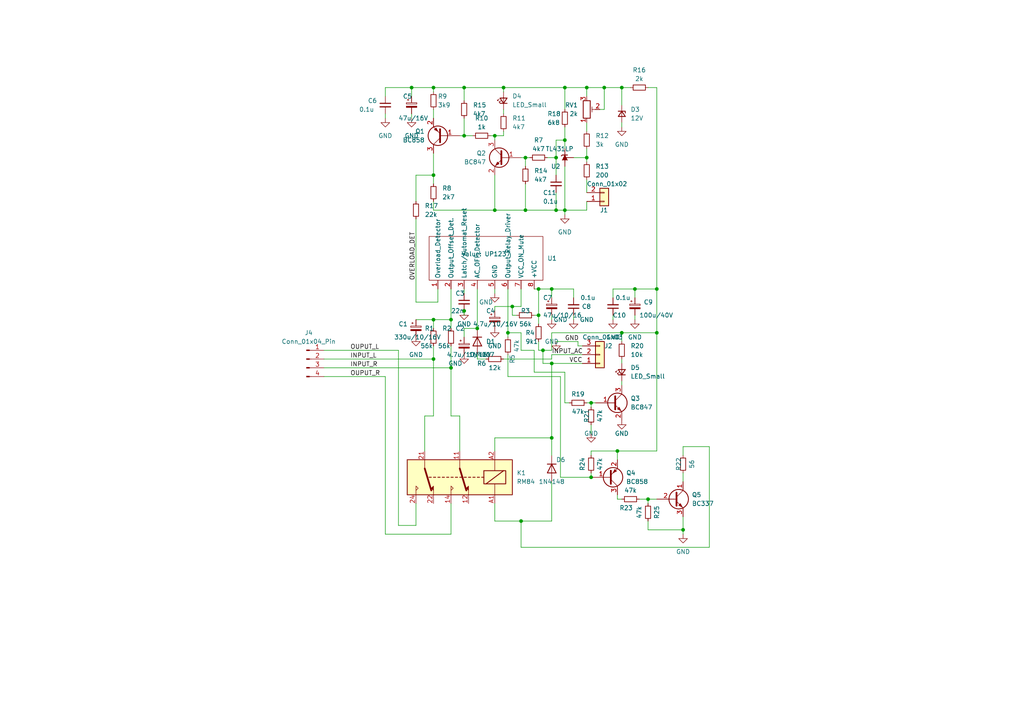
<source format=kicad_sch>
(kicad_sch (version 20230121) (generator eeschema)

  (uuid 94a8c908-2943-4b9a-b662-597eed15f9ec)

  (paper "A4")

  (lib_symbols
    (symbol "Connector:Conn_01x04_Pin" (pin_names (offset 1.016) hide) (in_bom yes) (on_board yes)
      (property "Reference" "J" (at 0 5.08 0)
        (effects (font (size 1.27 1.27)))
      )
      (property "Value" "Conn_01x04_Pin" (at 0 -7.62 0)
        (effects (font (size 1.27 1.27)))
      )
      (property "Footprint" "" (at 0 0 0)
        (effects (font (size 1.27 1.27)) hide)
      )
      (property "Datasheet" "~" (at 0 0 0)
        (effects (font (size 1.27 1.27)) hide)
      )
      (property "ki_locked" "" (at 0 0 0)
        (effects (font (size 1.27 1.27)))
      )
      (property "ki_keywords" "connector" (at 0 0 0)
        (effects (font (size 1.27 1.27)) hide)
      )
      (property "ki_description" "Generic connector, single row, 01x04, script generated" (at 0 0 0)
        (effects (font (size 1.27 1.27)) hide)
      )
      (property "ki_fp_filters" "Connector*:*_1x??_*" (at 0 0 0)
        (effects (font (size 1.27 1.27)) hide)
      )
      (symbol "Conn_01x04_Pin_1_1"
        (polyline
          (pts
            (xy 1.27 -5.08)
            (xy 0.8636 -5.08)
          )
          (stroke (width 0.1524) (type default))
          (fill (type none))
        )
        (polyline
          (pts
            (xy 1.27 -2.54)
            (xy 0.8636 -2.54)
          )
          (stroke (width 0.1524) (type default))
          (fill (type none))
        )
        (polyline
          (pts
            (xy 1.27 0)
            (xy 0.8636 0)
          )
          (stroke (width 0.1524) (type default))
          (fill (type none))
        )
        (polyline
          (pts
            (xy 1.27 2.54)
            (xy 0.8636 2.54)
          )
          (stroke (width 0.1524) (type default))
          (fill (type none))
        )
        (rectangle (start 0.8636 -4.953) (end 0 -5.207)
          (stroke (width 0.1524) (type default))
          (fill (type outline))
        )
        (rectangle (start 0.8636 -2.413) (end 0 -2.667)
          (stroke (width 0.1524) (type default))
          (fill (type outline))
        )
        (rectangle (start 0.8636 0.127) (end 0 -0.127)
          (stroke (width 0.1524) (type default))
          (fill (type outline))
        )
        (rectangle (start 0.8636 2.667) (end 0 2.413)
          (stroke (width 0.1524) (type default))
          (fill (type outline))
        )
        (pin passive line (at 5.08 2.54 180) (length 3.81)
          (name "Pin_1" (effects (font (size 1.27 1.27))))
          (number "1" (effects (font (size 1.27 1.27))))
        )
        (pin passive line (at 5.08 0 180) (length 3.81)
          (name "Pin_2" (effects (font (size 1.27 1.27))))
          (number "2" (effects (font (size 1.27 1.27))))
        )
        (pin passive line (at 5.08 -2.54 180) (length 3.81)
          (name "Pin_3" (effects (font (size 1.27 1.27))))
          (number "3" (effects (font (size 1.27 1.27))))
        )
        (pin passive line (at 5.08 -5.08 180) (length 3.81)
          (name "Pin_4" (effects (font (size 1.27 1.27))))
          (number "4" (effects (font (size 1.27 1.27))))
        )
      )
    )
    (symbol "Connector_Generic:Conn_01x02" (pin_names (offset 1.016) hide) (in_bom yes) (on_board yes)
      (property "Reference" "J" (at 0 2.54 0)
        (effects (font (size 1.27 1.27)))
      )
      (property "Value" "Conn_01x02" (at 0 -5.08 0)
        (effects (font (size 1.27 1.27)))
      )
      (property "Footprint" "" (at 0 0 0)
        (effects (font (size 1.27 1.27)) hide)
      )
      (property "Datasheet" "~" (at 0 0 0)
        (effects (font (size 1.27 1.27)) hide)
      )
      (property "ki_keywords" "connector" (at 0 0 0)
        (effects (font (size 1.27 1.27)) hide)
      )
      (property "ki_description" "Generic connector, single row, 01x02, script generated (kicad-library-utils/schlib/autogen/connector/)" (at 0 0 0)
        (effects (font (size 1.27 1.27)) hide)
      )
      (property "ki_fp_filters" "Connector*:*_1x??_*" (at 0 0 0)
        (effects (font (size 1.27 1.27)) hide)
      )
      (symbol "Conn_01x02_1_1"
        (rectangle (start -1.27 -2.413) (end 0 -2.667)
          (stroke (width 0.1524) (type default))
          (fill (type none))
        )
        (rectangle (start -1.27 0.127) (end 0 -0.127)
          (stroke (width 0.1524) (type default))
          (fill (type none))
        )
        (rectangle (start -1.27 1.27) (end 1.27 -3.81)
          (stroke (width 0.254) (type default))
          (fill (type background))
        )
        (pin passive line (at -5.08 0 0) (length 3.81)
          (name "Pin_1" (effects (font (size 1.27 1.27))))
          (number "1" (effects (font (size 1.27 1.27))))
        )
        (pin passive line (at -5.08 -2.54 0) (length 3.81)
          (name "Pin_2" (effects (font (size 1.27 1.27))))
          (number "2" (effects (font (size 1.27 1.27))))
        )
      )
    )
    (symbol "Connector_Generic:Conn_01x03" (pin_names (offset 1.016) hide) (in_bom yes) (on_board yes)
      (property "Reference" "J" (at 0 5.08 0)
        (effects (font (size 1.27 1.27)))
      )
      (property "Value" "Conn_01x03" (at 0 -5.08 0)
        (effects (font (size 1.27 1.27)))
      )
      (property "Footprint" "" (at 0 0 0)
        (effects (font (size 1.27 1.27)) hide)
      )
      (property "Datasheet" "~" (at 0 0 0)
        (effects (font (size 1.27 1.27)) hide)
      )
      (property "ki_keywords" "connector" (at 0 0 0)
        (effects (font (size 1.27 1.27)) hide)
      )
      (property "ki_description" "Generic connector, single row, 01x03, script generated (kicad-library-utils/schlib/autogen/connector/)" (at 0 0 0)
        (effects (font (size 1.27 1.27)) hide)
      )
      (property "ki_fp_filters" "Connector*:*_1x??_*" (at 0 0 0)
        (effects (font (size 1.27 1.27)) hide)
      )
      (symbol "Conn_01x03_1_1"
        (rectangle (start -1.27 -2.413) (end 0 -2.667)
          (stroke (width 0.1524) (type default))
          (fill (type none))
        )
        (rectangle (start -1.27 0.127) (end 0 -0.127)
          (stroke (width 0.1524) (type default))
          (fill (type none))
        )
        (rectangle (start -1.27 2.667) (end 0 2.413)
          (stroke (width 0.1524) (type default))
          (fill (type none))
        )
        (rectangle (start -1.27 3.81) (end 1.27 -3.81)
          (stroke (width 0.254) (type default))
          (fill (type background))
        )
        (pin passive line (at -5.08 2.54 0) (length 3.81)
          (name "Pin_1" (effects (font (size 1.27 1.27))))
          (number "1" (effects (font (size 1.27 1.27))))
        )
        (pin passive line (at -5.08 0 0) (length 3.81)
          (name "Pin_2" (effects (font (size 1.27 1.27))))
          (number "2" (effects (font (size 1.27 1.27))))
        )
        (pin passive line (at -5.08 -2.54 0) (length 3.81)
          (name "Pin_3" (effects (font (size 1.27 1.27))))
          (number "3" (effects (font (size 1.27 1.27))))
        )
      )
    )
    (symbol "Device:C_Polarized_Small" (pin_numbers hide) (pin_names (offset 0.254) hide) (in_bom yes) (on_board yes)
      (property "Reference" "C" (at 0.254 1.778 0)
        (effects (font (size 1.27 1.27)) (justify left))
      )
      (property "Value" "C_Polarized_Small" (at 0.254 -2.032 0)
        (effects (font (size 1.27 1.27)) (justify left))
      )
      (property "Footprint" "" (at 0 0 0)
        (effects (font (size 1.27 1.27)) hide)
      )
      (property "Datasheet" "~" (at 0 0 0)
        (effects (font (size 1.27 1.27)) hide)
      )
      (property "ki_keywords" "cap capacitor" (at 0 0 0)
        (effects (font (size 1.27 1.27)) hide)
      )
      (property "ki_description" "Polarized capacitor, small symbol" (at 0 0 0)
        (effects (font (size 1.27 1.27)) hide)
      )
      (property "ki_fp_filters" "CP_*" (at 0 0 0)
        (effects (font (size 1.27 1.27)) hide)
      )
      (symbol "C_Polarized_Small_0_1"
        (rectangle (start -1.524 -0.3048) (end 1.524 -0.6858)
          (stroke (width 0) (type default))
          (fill (type outline))
        )
        (rectangle (start -1.524 0.6858) (end 1.524 0.3048)
          (stroke (width 0) (type default))
          (fill (type none))
        )
        (polyline
          (pts
            (xy -1.27 1.524)
            (xy -0.762 1.524)
          )
          (stroke (width 0) (type default))
          (fill (type none))
        )
        (polyline
          (pts
            (xy -1.016 1.27)
            (xy -1.016 1.778)
          )
          (stroke (width 0) (type default))
          (fill (type none))
        )
      )
      (symbol "C_Polarized_Small_1_1"
        (pin passive line (at 0 2.54 270) (length 1.8542)
          (name "~" (effects (font (size 1.27 1.27))))
          (number "1" (effects (font (size 1.27 1.27))))
        )
        (pin passive line (at 0 -2.54 90) (length 1.8542)
          (name "~" (effects (font (size 1.27 1.27))))
          (number "2" (effects (font (size 1.27 1.27))))
        )
      )
    )
    (symbol "Device:C_Small" (pin_numbers hide) (pin_names (offset 0.254) hide) (in_bom yes) (on_board yes)
      (property "Reference" "C" (at 0.254 1.778 0)
        (effects (font (size 1.27 1.27)) (justify left))
      )
      (property "Value" "C_Small" (at 0.254 -2.032 0)
        (effects (font (size 1.27 1.27)) (justify left))
      )
      (property "Footprint" "" (at 0 0 0)
        (effects (font (size 1.27 1.27)) hide)
      )
      (property "Datasheet" "~" (at 0 0 0)
        (effects (font (size 1.27 1.27)) hide)
      )
      (property "ki_keywords" "capacitor cap" (at 0 0 0)
        (effects (font (size 1.27 1.27)) hide)
      )
      (property "ki_description" "Unpolarized capacitor, small symbol" (at 0 0 0)
        (effects (font (size 1.27 1.27)) hide)
      )
      (property "ki_fp_filters" "C_*" (at 0 0 0)
        (effects (font (size 1.27 1.27)) hide)
      )
      (symbol "C_Small_0_1"
        (polyline
          (pts
            (xy -1.524 -0.508)
            (xy 1.524 -0.508)
          )
          (stroke (width 0.3302) (type default))
          (fill (type none))
        )
        (polyline
          (pts
            (xy -1.524 0.508)
            (xy 1.524 0.508)
          )
          (stroke (width 0.3048) (type default))
          (fill (type none))
        )
      )
      (symbol "C_Small_1_1"
        (pin passive line (at 0 2.54 270) (length 2.032)
          (name "~" (effects (font (size 1.27 1.27))))
          (number "1" (effects (font (size 1.27 1.27))))
        )
        (pin passive line (at 0 -2.54 90) (length 2.032)
          (name "~" (effects (font (size 1.27 1.27))))
          (number "2" (effects (font (size 1.27 1.27))))
        )
      )
    )
    (symbol "Device:D_Zener_Small" (pin_numbers hide) (pin_names (offset 0.254) hide) (in_bom yes) (on_board yes)
      (property "Reference" "D" (at 0 2.286 0)
        (effects (font (size 1.27 1.27)))
      )
      (property "Value" "D_Zener_Small" (at 0 -2.286 0)
        (effects (font (size 1.27 1.27)))
      )
      (property "Footprint" "" (at 0 0 90)
        (effects (font (size 1.27 1.27)) hide)
      )
      (property "Datasheet" "~" (at 0 0 90)
        (effects (font (size 1.27 1.27)) hide)
      )
      (property "ki_keywords" "diode" (at 0 0 0)
        (effects (font (size 1.27 1.27)) hide)
      )
      (property "ki_description" "Zener diode, small symbol" (at 0 0 0)
        (effects (font (size 1.27 1.27)) hide)
      )
      (property "ki_fp_filters" "TO-???* *_Diode_* *SingleDiode* D_*" (at 0 0 0)
        (effects (font (size 1.27 1.27)) hide)
      )
      (symbol "D_Zener_Small_0_1"
        (polyline
          (pts
            (xy 0.762 0)
            (xy -0.762 0)
          )
          (stroke (width 0) (type default))
          (fill (type none))
        )
        (polyline
          (pts
            (xy -0.254 1.016)
            (xy -0.762 1.016)
            (xy -0.762 -1.016)
          )
          (stroke (width 0.254) (type default))
          (fill (type none))
        )
        (polyline
          (pts
            (xy 0.762 1.016)
            (xy -0.762 0)
            (xy 0.762 -1.016)
            (xy 0.762 1.016)
          )
          (stroke (width 0.254) (type default))
          (fill (type none))
        )
      )
      (symbol "D_Zener_Small_1_1"
        (pin passive line (at -2.54 0 0) (length 1.778)
          (name "K" (effects (font (size 1.27 1.27))))
          (number "1" (effects (font (size 1.27 1.27))))
        )
        (pin passive line (at 2.54 0 180) (length 1.778)
          (name "A" (effects (font (size 1.27 1.27))))
          (number "2" (effects (font (size 1.27 1.27))))
        )
      )
    )
    (symbol "Device:LED_Small" (pin_numbers hide) (pin_names (offset 0.254) hide) (in_bom yes) (on_board yes)
      (property "Reference" "D" (at -1.27 3.175 0)
        (effects (font (size 1.27 1.27)) (justify left))
      )
      (property "Value" "LED_Small" (at -4.445 -2.54 0)
        (effects (font (size 1.27 1.27)) (justify left))
      )
      (property "Footprint" "" (at 0 0 90)
        (effects (font (size 1.27 1.27)) hide)
      )
      (property "Datasheet" "~" (at 0 0 90)
        (effects (font (size 1.27 1.27)) hide)
      )
      (property "ki_keywords" "LED diode light-emitting-diode" (at 0 0 0)
        (effects (font (size 1.27 1.27)) hide)
      )
      (property "ki_description" "Light emitting diode, small symbol" (at 0 0 0)
        (effects (font (size 1.27 1.27)) hide)
      )
      (property "ki_fp_filters" "LED* LED_SMD:* LED_THT:*" (at 0 0 0)
        (effects (font (size 1.27 1.27)) hide)
      )
      (symbol "LED_Small_0_1"
        (polyline
          (pts
            (xy -0.762 -1.016)
            (xy -0.762 1.016)
          )
          (stroke (width 0.254) (type default))
          (fill (type none))
        )
        (polyline
          (pts
            (xy 1.016 0)
            (xy -0.762 0)
          )
          (stroke (width 0) (type default))
          (fill (type none))
        )
        (polyline
          (pts
            (xy 0.762 -1.016)
            (xy -0.762 0)
            (xy 0.762 1.016)
            (xy 0.762 -1.016)
          )
          (stroke (width 0.254) (type default))
          (fill (type none))
        )
        (polyline
          (pts
            (xy 0 0.762)
            (xy -0.508 1.27)
            (xy -0.254 1.27)
            (xy -0.508 1.27)
            (xy -0.508 1.016)
          )
          (stroke (width 0) (type default))
          (fill (type none))
        )
        (polyline
          (pts
            (xy 0.508 1.27)
            (xy 0 1.778)
            (xy 0.254 1.778)
            (xy 0 1.778)
            (xy 0 1.524)
          )
          (stroke (width 0) (type default))
          (fill (type none))
        )
      )
      (symbol "LED_Small_1_1"
        (pin passive line (at -2.54 0 0) (length 1.778)
          (name "K" (effects (font (size 1.27 1.27))))
          (number "1" (effects (font (size 1.27 1.27))))
        )
        (pin passive line (at 2.54 0 180) (length 1.778)
          (name "A" (effects (font (size 1.27 1.27))))
          (number "2" (effects (font (size 1.27 1.27))))
        )
      )
    )
    (symbol "Device:R_Potentiometer_Trim" (pin_names (offset 1.016) hide) (in_bom yes) (on_board yes)
      (property "Reference" "RV" (at -4.445 0 90)
        (effects (font (size 1.27 1.27)))
      )
      (property "Value" "R_Potentiometer_Trim" (at -2.54 0 90)
        (effects (font (size 1.27 1.27)))
      )
      (property "Footprint" "" (at 0 0 0)
        (effects (font (size 1.27 1.27)) hide)
      )
      (property "Datasheet" "~" (at 0 0 0)
        (effects (font (size 1.27 1.27)) hide)
      )
      (property "ki_keywords" "resistor variable trimpot trimmer" (at 0 0 0)
        (effects (font (size 1.27 1.27)) hide)
      )
      (property "ki_description" "Trim-potentiometer" (at 0 0 0)
        (effects (font (size 1.27 1.27)) hide)
      )
      (property "ki_fp_filters" "Potentiometer*" (at 0 0 0)
        (effects (font (size 1.27 1.27)) hide)
      )
      (symbol "R_Potentiometer_Trim_0_1"
        (polyline
          (pts
            (xy 1.524 0.762)
            (xy 1.524 -0.762)
          )
          (stroke (width 0) (type default))
          (fill (type none))
        )
        (polyline
          (pts
            (xy 2.54 0)
            (xy 1.524 0)
          )
          (stroke (width 0) (type default))
          (fill (type none))
        )
        (rectangle (start 1.016 2.54) (end -1.016 -2.54)
          (stroke (width 0.254) (type default))
          (fill (type none))
        )
      )
      (symbol "R_Potentiometer_Trim_1_1"
        (pin passive line (at 0 3.81 270) (length 1.27)
          (name "1" (effects (font (size 1.27 1.27))))
          (number "1" (effects (font (size 1.27 1.27))))
        )
        (pin passive line (at 3.81 0 180) (length 1.27)
          (name "2" (effects (font (size 1.27 1.27))))
          (number "2" (effects (font (size 1.27 1.27))))
        )
        (pin passive line (at 0 -3.81 90) (length 1.27)
          (name "3" (effects (font (size 1.27 1.27))))
          (number "3" (effects (font (size 1.27 1.27))))
        )
      )
    )
    (symbol "Device:R_Small" (pin_numbers hide) (pin_names (offset 0.254) hide) (in_bom yes) (on_board yes)
      (property "Reference" "R" (at 0.762 0.508 0)
        (effects (font (size 1.27 1.27)) (justify left))
      )
      (property "Value" "R_Small" (at 0.762 -1.016 0)
        (effects (font (size 1.27 1.27)) (justify left))
      )
      (property "Footprint" "" (at 0 0 0)
        (effects (font (size 1.27 1.27)) hide)
      )
      (property "Datasheet" "~" (at 0 0 0)
        (effects (font (size 1.27 1.27)) hide)
      )
      (property "ki_keywords" "R resistor" (at 0 0 0)
        (effects (font (size 1.27 1.27)) hide)
      )
      (property "ki_description" "Resistor, small symbol" (at 0 0 0)
        (effects (font (size 1.27 1.27)) hide)
      )
      (property "ki_fp_filters" "R_*" (at 0 0 0)
        (effects (font (size 1.27 1.27)) hide)
      )
      (symbol "R_Small_0_1"
        (rectangle (start -0.762 1.778) (end 0.762 -1.778)
          (stroke (width 0.2032) (type default))
          (fill (type none))
        )
      )
      (symbol "R_Small_1_1"
        (pin passive line (at 0 2.54 270) (length 0.762)
          (name "~" (effects (font (size 1.27 1.27))))
          (number "1" (effects (font (size 1.27 1.27))))
        )
        (pin passive line (at 0 -2.54 90) (length 0.762)
          (name "~" (effects (font (size 1.27 1.27))))
          (number "2" (effects (font (size 1.27 1.27))))
        )
      )
    )
    (symbol "Diode:1N4007" (pin_numbers hide) (pin_names hide) (in_bom yes) (on_board yes)
      (property "Reference" "D" (at 0 2.54 0)
        (effects (font (size 1.27 1.27)))
      )
      (property "Value" "1N4007" (at 0 -2.54 0)
        (effects (font (size 1.27 1.27)))
      )
      (property "Footprint" "Diode_THT:D_DO-41_SOD81_P10.16mm_Horizontal" (at 0 -4.445 0)
        (effects (font (size 1.27 1.27)) hide)
      )
      (property "Datasheet" "http://www.vishay.com/docs/88503/1n4001.pdf" (at 0 0 0)
        (effects (font (size 1.27 1.27)) hide)
      )
      (property "Sim.Device" "D" (at 0 0 0)
        (effects (font (size 1.27 1.27)) hide)
      )
      (property "Sim.Pins" "1=K 2=A" (at 0 0 0)
        (effects (font (size 1.27 1.27)) hide)
      )
      (property "ki_keywords" "diode" (at 0 0 0)
        (effects (font (size 1.27 1.27)) hide)
      )
      (property "ki_description" "1000V 1A General Purpose Rectifier Diode, DO-41" (at 0 0 0)
        (effects (font (size 1.27 1.27)) hide)
      )
      (property "ki_fp_filters" "D*DO?41*" (at 0 0 0)
        (effects (font (size 1.27 1.27)) hide)
      )
      (symbol "1N4007_0_1"
        (polyline
          (pts
            (xy -1.27 1.27)
            (xy -1.27 -1.27)
          )
          (stroke (width 0.254) (type default))
          (fill (type none))
        )
        (polyline
          (pts
            (xy 1.27 0)
            (xy -1.27 0)
          )
          (stroke (width 0) (type default))
          (fill (type none))
        )
        (polyline
          (pts
            (xy 1.27 1.27)
            (xy 1.27 -1.27)
            (xy -1.27 0)
            (xy 1.27 1.27)
          )
          (stroke (width 0.254) (type default))
          (fill (type none))
        )
      )
      (symbol "1N4007_1_1"
        (pin passive line (at -3.81 0 0) (length 2.54)
          (name "K" (effects (font (size 1.27 1.27))))
          (number "1" (effects (font (size 1.27 1.27))))
        )
        (pin passive line (at 3.81 0 180) (length 2.54)
          (name "A" (effects (font (size 1.27 1.27))))
          (number "2" (effects (font (size 1.27 1.27))))
        )
      )
    )
    (symbol "Diode:1N4148" (pin_numbers hide) (pin_names hide) (in_bom yes) (on_board yes)
      (property "Reference" "D" (at 0 2.54 0)
        (effects (font (size 1.27 1.27)))
      )
      (property "Value" "1N4148" (at 0 -2.54 0)
        (effects (font (size 1.27 1.27)))
      )
      (property "Footprint" "Diode_THT:D_DO-35_SOD27_P7.62mm_Horizontal" (at 0 0 0)
        (effects (font (size 1.27 1.27)) hide)
      )
      (property "Datasheet" "https://assets.nexperia.com/documents/data-sheet/1N4148_1N4448.pdf" (at 0 0 0)
        (effects (font (size 1.27 1.27)) hide)
      )
      (property "Sim.Device" "D" (at 0 0 0)
        (effects (font (size 1.27 1.27)) hide)
      )
      (property "Sim.Pins" "1=K 2=A" (at 0 0 0)
        (effects (font (size 1.27 1.27)) hide)
      )
      (property "ki_keywords" "diode" (at 0 0 0)
        (effects (font (size 1.27 1.27)) hide)
      )
      (property "ki_description" "100V 0.15A standard switching diode, DO-35" (at 0 0 0)
        (effects (font (size 1.27 1.27)) hide)
      )
      (property "ki_fp_filters" "D*DO?35*" (at 0 0 0)
        (effects (font (size 1.27 1.27)) hide)
      )
      (symbol "1N4148_0_1"
        (polyline
          (pts
            (xy -1.27 1.27)
            (xy -1.27 -1.27)
          )
          (stroke (width 0.254) (type default))
          (fill (type none))
        )
        (polyline
          (pts
            (xy 1.27 0)
            (xy -1.27 0)
          )
          (stroke (width 0) (type default))
          (fill (type none))
        )
        (polyline
          (pts
            (xy 1.27 1.27)
            (xy 1.27 -1.27)
            (xy -1.27 0)
            (xy 1.27 1.27)
          )
          (stroke (width 0.254) (type default))
          (fill (type none))
        )
      )
      (symbol "1N4148_1_1"
        (pin passive line (at -3.81 0 0) (length 2.54)
          (name "K" (effects (font (size 1.27 1.27))))
          (number "1" (effects (font (size 1.27 1.27))))
        )
        (pin passive line (at 3.81 0 180) (length 2.54)
          (name "A" (effects (font (size 1.27 1.27))))
          (number "2" (effects (font (size 1.27 1.27))))
        )
      )
    )
    (symbol "Moja_Library:UPC1237" (in_bom yes) (on_board yes)
      (property "Reference" "U" (at 0 0 0)
        (effects (font (size 1.27 1.27)))
      )
      (property "Value" "" (at 0 0 0)
        (effects (font (size 1.27 1.27)))
      )
      (property "Footprint" "" (at 0 0 0)
        (effects (font (size 1.27 1.27)) hide)
      )
      (property "Datasheet" "" (at 0 0 0)
        (effects (font (size 1.27 1.27)) hide)
      )
      (symbol "UPC1237_0_1"
        (rectangle (start -16.51 5.08) (end 16.51 -7.62)
          (stroke (width 0) (type default))
          (fill (type none))
        )
      )
      (symbol "UPC1237_1_1"
        (pin input line (at -13.97 -10.16 90) (length 2.54)
          (name "Overload_Detector" (effects (font (size 1.27 1.27))))
          (number "1" (effects (font (size 1.27 1.27))))
        )
        (pin input line (at -10.16 -10.16 90) (length 2.54)
          (name "Output_Offset_Det." (effects (font (size 1.27 1.27))))
          (number "2" (effects (font (size 1.27 1.27))))
        )
        (pin input line (at -6.35 -10.16 90) (length 2.54)
          (name "Latch/Automat_Reset" (effects (font (size 1.27 1.27))))
          (number "3" (effects (font (size 1.27 1.27))))
        )
        (pin input line (at -2.54 -10.16 90) (length 2.54)
          (name "AC_OFF_Detector" (effects (font (size 1.27 1.27))))
          (number "4" (effects (font (size 1.27 1.27))))
        )
        (pin input line (at 2.54 -10.16 90) (length 2.54)
          (name "GND" (effects (font (size 1.27 1.27))))
          (number "5" (effects (font (size 1.27 1.27))))
        )
        (pin input line (at 6.35 -10.16 90) (length 2.54)
          (name "Output_Relay_Driver" (effects (font (size 1.27 1.27))))
          (number "6" (effects (font (size 1.27 1.27))))
        )
        (pin input line (at 10.16 -10.16 90) (length 2.54)
          (name "VCC_ON_Mute" (effects (font (size 1.27 1.27))))
          (number "7" (effects (font (size 1.27 1.27))))
        )
        (pin input line (at 13.97 -10.16 90) (length 2.54)
          (name "+VCC" (effects (font (size 1.27 1.27))))
          (number "8" (effects (font (size 1.27 1.27))))
        )
      )
    )
    (symbol "Reference_Voltage:TL431LP" (pin_numbers hide) (pin_names hide) (in_bom yes) (on_board yes)
      (property "Reference" "U" (at -2.54 2.54 0)
        (effects (font (size 1.27 1.27)))
      )
      (property "Value" "TL431LP" (at 0 -2.54 0)
        (effects (font (size 1.27 1.27)))
      )
      (property "Footprint" "Package_TO_SOT_THT:TO-92_Inline" (at 0 -3.81 0)
        (effects (font (size 1.27 1.27) italic) hide)
      )
      (property "Datasheet" "http://www.ti.com/lit/ds/symlink/tl431.pdf" (at 0 0 0)
        (effects (font (size 1.27 1.27) italic) hide)
      )
      (property "ki_keywords" "diode device regulator shunt" (at 0 0 0)
        (effects (font (size 1.27 1.27)) hide)
      )
      (property "ki_description" "Shunt Regulator, TO-92" (at 0 0 0)
        (effects (font (size 1.27 1.27)) hide)
      )
      (property "ki_fp_filters" "TO*92*" (at 0 0 0)
        (effects (font (size 1.27 1.27)) hide)
      )
      (symbol "TL431LP_0_1"
        (polyline
          (pts
            (xy -1.27 0)
            (xy 0 0)
            (xy 1.27 0)
          )
          (stroke (width 0) (type default))
          (fill (type none))
        )
        (polyline
          (pts
            (xy -0.762 0.762)
            (xy 0.762 0)
            (xy -0.762 -0.762)
          )
          (stroke (width 0) (type default))
          (fill (type outline))
        )
        (polyline
          (pts
            (xy 0.508 -1.016)
            (xy 0.762 -0.762)
            (xy 0.762 0.762)
            (xy 0.762 0.762)
          )
          (stroke (width 0.254) (type default))
          (fill (type none))
        )
      )
      (symbol "TL431LP_1_1"
        (pin passive line (at 0 2.54 270) (length 2.54)
          (name "REF" (effects (font (size 1.27 1.27))))
          (number "1" (effects (font (size 1.27 1.27))))
        )
        (pin passive line (at -2.54 0 0) (length 2.54)
          (name "A" (effects (font (size 1.27 1.27))))
          (number "2" (effects (font (size 1.27 1.27))))
        )
        (pin passive line (at 2.54 0 180) (length 2.54)
          (name "K" (effects (font (size 1.27 1.27))))
          (number "3" (effects (font (size 1.27 1.27))))
        )
      )
    )
    (symbol "Relay:RM84" (in_bom yes) (on_board yes)
      (property "Reference" "K" (at 16.51 3.81 0)
        (effects (font (size 1.27 1.27)) (justify left))
      )
      (property "Value" "RM84" (at 16.51 1.27 0)
        (effects (font (size 1.27 1.27)) (justify left))
      )
      (property "Footprint" "Relay_THT:Relay_DPDT_Finder_40.52" (at 34.29 -0.762 0)
        (effects (font (size 1.27 1.27)) hide)
      )
      (property "Datasheet" "http://www.relpol.pl/en/content/download/13766/168095/file/e_RM84.pdf" (at 0 0 0)
        (effects (font (size 1.27 1.27)) hide)
      )
      (property "ki_keywords" "Dual Pole Relay" (at 0 0 0)
        (effects (font (size 1.27 1.27)) hide)
      )
      (property "ki_description" "RELPOL Dual Pole Relay, 5mm Pitch, 8A" (at 0 0 0)
        (effects (font (size 1.27 1.27)) hide)
      )
      (property "ki_fp_filters" "Relay*DPDT*Finder*40.52*" (at 0 0 0)
        (effects (font (size 1.27 1.27)) hide)
      )
      (symbol "RM84_0_1"
        (rectangle (start -15.24 5.08) (end 15.24 -5.08)
          (stroke (width 0.254) (type default))
          (fill (type background))
        )
        (rectangle (start -13.335 1.905) (end -6.985 -1.905)
          (stroke (width 0.254) (type default))
          (fill (type none))
        )
        (polyline
          (pts
            (xy -12.7 -1.905)
            (xy -7.62 1.905)
          )
          (stroke (width 0.254) (type default))
          (fill (type none))
        )
        (polyline
          (pts
            (xy -10.16 -5.08)
            (xy -10.16 -1.905)
          )
          (stroke (width 0) (type default))
          (fill (type none))
        )
        (polyline
          (pts
            (xy -10.16 5.08)
            (xy -10.16 1.905)
          )
          (stroke (width 0) (type default))
          (fill (type none))
        )
        (polyline
          (pts
            (xy -6.985 0)
            (xy -6.35 0)
          )
          (stroke (width 0.254) (type default))
          (fill (type none))
        )
        (polyline
          (pts
            (xy -5.715 0)
            (xy -5.08 0)
          )
          (stroke (width 0.254) (type default))
          (fill (type none))
        )
        (polyline
          (pts
            (xy -4.445 0)
            (xy -3.81 0)
          )
          (stroke (width 0.254) (type default))
          (fill (type none))
        )
        (polyline
          (pts
            (xy -3.175 0)
            (xy -2.54 0)
          )
          (stroke (width 0.254) (type default))
          (fill (type none))
        )
        (polyline
          (pts
            (xy -1.905 0)
            (xy -1.27 0)
          )
          (stroke (width 0.254) (type default))
          (fill (type none))
        )
        (polyline
          (pts
            (xy -0.635 0)
            (xy 0 0)
          )
          (stroke (width 0.254) (type default))
          (fill (type none))
        )
        (polyline
          (pts
            (xy 0 -2.54)
            (xy -1.905 3.81)
          )
          (stroke (width 0.508) (type default))
          (fill (type none))
        )
        (polyline
          (pts
            (xy 0 -2.54)
            (xy 0 -5.08)
          )
          (stroke (width 0) (type default))
          (fill (type none))
        )
        (polyline
          (pts
            (xy 0.635 0)
            (xy 1.27 0)
          )
          (stroke (width 0.254) (type default))
          (fill (type none))
        )
        (polyline
          (pts
            (xy 1.905 0)
            (xy 2.54 0)
          )
          (stroke (width 0.254) (type default))
          (fill (type none))
        )
        (polyline
          (pts
            (xy 3.175 0)
            (xy 3.81 0)
          )
          (stroke (width 0.254) (type default))
          (fill (type none))
        )
        (polyline
          (pts
            (xy 4.445 0)
            (xy 5.08 0)
          )
          (stroke (width 0.254) (type default))
          (fill (type none))
        )
        (polyline
          (pts
            (xy 5.715 0)
            (xy 6.35 0)
          )
          (stroke (width 0.254) (type default))
          (fill (type none))
        )
        (polyline
          (pts
            (xy 6.985 0)
            (xy 7.62 0)
          )
          (stroke (width 0.254) (type default))
          (fill (type none))
        )
        (polyline
          (pts
            (xy 8.255 0)
            (xy 8.89 0)
          )
          (stroke (width 0.254) (type default))
          (fill (type none))
        )
        (polyline
          (pts
            (xy 10.16 -2.54)
            (xy 8.255 3.81)
          )
          (stroke (width 0.508) (type default))
          (fill (type none))
        )
        (polyline
          (pts
            (xy 10.16 -2.54)
            (xy 10.16 -5.08)
          )
          (stroke (width 0) (type default))
          (fill (type none))
        )
        (polyline
          (pts
            (xy -2.54 5.08)
            (xy -2.54 2.54)
            (xy -1.905 3.175)
            (xy -2.54 3.81)
          )
          (stroke (width 0) (type default))
          (fill (type outline))
        )
        (polyline
          (pts
            (xy 2.54 5.08)
            (xy 2.54 2.54)
            (xy 1.905 3.175)
            (xy 2.54 3.81)
          )
          (stroke (width 0) (type default))
          (fill (type none))
        )
        (polyline
          (pts
            (xy 7.62 5.08)
            (xy 7.62 2.54)
            (xy 8.255 3.175)
            (xy 7.62 3.81)
          )
          (stroke (width 0) (type default))
          (fill (type outline))
        )
        (polyline
          (pts
            (xy 12.7 5.08)
            (xy 12.7 2.54)
            (xy 12.065 3.175)
            (xy 12.7 3.81)
          )
          (stroke (width 0) (type default))
          (fill (type none))
        )
      )
      (symbol "RM84_1_1"
        (pin passive line (at 0 -7.62 90) (length 2.54)
          (name "~" (effects (font (size 1.27 1.27))))
          (number "11" (effects (font (size 1.27 1.27))))
        )
        (pin passive line (at -2.54 7.62 270) (length 2.54)
          (name "~" (effects (font (size 1.27 1.27))))
          (number "12" (effects (font (size 1.27 1.27))))
        )
        (pin passive line (at 2.54 7.62 270) (length 2.54)
          (name "~" (effects (font (size 1.27 1.27))))
          (number "14" (effects (font (size 1.27 1.27))))
        )
        (pin passive line (at 10.16 -7.62 90) (length 2.54)
          (name "~" (effects (font (size 1.27 1.27))))
          (number "21" (effects (font (size 1.27 1.27))))
        )
        (pin passive line (at 7.62 7.62 270) (length 2.54)
          (name "~" (effects (font (size 1.27 1.27))))
          (number "22" (effects (font (size 1.27 1.27))))
        )
        (pin passive line (at 12.7 7.62 270) (length 2.54)
          (name "~" (effects (font (size 1.27 1.27))))
          (number "24" (effects (font (size 1.27 1.27))))
        )
        (pin passive line (at -10.16 7.62 270) (length 2.54)
          (name "~" (effects (font (size 1.27 1.27))))
          (number "A1" (effects (font (size 1.27 1.27))))
        )
        (pin passive line (at -10.16 -7.62 90) (length 2.54)
          (name "~" (effects (font (size 1.27 1.27))))
          (number "A2" (effects (font (size 1.27 1.27))))
        )
      )
    )
    (symbol "Transistor_BJT:BC337" (pin_names (offset 0) hide) (in_bom yes) (on_board yes)
      (property "Reference" "Q" (at 5.08 1.905 0)
        (effects (font (size 1.27 1.27)) (justify left))
      )
      (property "Value" "BC337" (at 5.08 0 0)
        (effects (font (size 1.27 1.27)) (justify left))
      )
      (property "Footprint" "Package_TO_SOT_THT:TO-92_Inline" (at 5.08 -1.905 0)
        (effects (font (size 1.27 1.27) italic) (justify left) hide)
      )
      (property "Datasheet" "https://diotec.com/tl_files/diotec/files/pdf/datasheets/bc337.pdf" (at 0 0 0)
        (effects (font (size 1.27 1.27)) (justify left) hide)
      )
      (property "ki_keywords" "NPN Transistor" (at 0 0 0)
        (effects (font (size 1.27 1.27)) hide)
      )
      (property "ki_description" "0.8A Ic, 45V Vce, NPN Transistor, TO-92" (at 0 0 0)
        (effects (font (size 1.27 1.27)) hide)
      )
      (property "ki_fp_filters" "TO?92*" (at 0 0 0)
        (effects (font (size 1.27 1.27)) hide)
      )
      (symbol "BC337_0_1"
        (polyline
          (pts
            (xy 0 0)
            (xy 0.635 0)
          )
          (stroke (width 0) (type default))
          (fill (type none))
        )
        (polyline
          (pts
            (xy 0.635 0.635)
            (xy 2.54 2.54)
          )
          (stroke (width 0) (type default))
          (fill (type none))
        )
        (polyline
          (pts
            (xy 0.635 -0.635)
            (xy 2.54 -2.54)
            (xy 2.54 -2.54)
          )
          (stroke (width 0) (type default))
          (fill (type none))
        )
        (polyline
          (pts
            (xy 0.635 1.905)
            (xy 0.635 -1.905)
            (xy 0.635 -1.905)
          )
          (stroke (width 0.508) (type default))
          (fill (type none))
        )
        (polyline
          (pts
            (xy 1.27 -1.778)
            (xy 1.778 -1.27)
            (xy 2.286 -2.286)
            (xy 1.27 -1.778)
            (xy 1.27 -1.778)
          )
          (stroke (width 0) (type default))
          (fill (type outline))
        )
        (circle (center 1.27 0) (radius 2.8194)
          (stroke (width 0.254) (type default))
          (fill (type none))
        )
      )
      (symbol "BC337_1_1"
        (pin passive line (at 2.54 5.08 270) (length 2.54)
          (name "C" (effects (font (size 1.27 1.27))))
          (number "1" (effects (font (size 1.27 1.27))))
        )
        (pin input line (at -5.08 0 0) (length 5.08)
          (name "B" (effects (font (size 1.27 1.27))))
          (number "2" (effects (font (size 1.27 1.27))))
        )
        (pin passive line (at 2.54 -5.08 90) (length 2.54)
          (name "E" (effects (font (size 1.27 1.27))))
          (number "3" (effects (font (size 1.27 1.27))))
        )
      )
    )
    (symbol "Transistor_BJT:BC848" (pin_names (offset 0) hide) (in_bom yes) (on_board yes)
      (property "Reference" "Q" (at 5.08 1.905 0)
        (effects (font (size 1.27 1.27)) (justify left))
      )
      (property "Value" "BC848" (at 5.08 0 0)
        (effects (font (size 1.27 1.27)) (justify left))
      )
      (property "Footprint" "Package_TO_SOT_SMD:SOT-23" (at 5.08 -1.905 0)
        (effects (font (size 1.27 1.27) italic) (justify left) hide)
      )
      (property "Datasheet" "http://www.infineon.com/dgdl/Infineon-BC847SERIES_BC848SERIES_BC849SERIES_BC850SERIES-DS-v01_01-en.pdf?fileId=db3a304314dca389011541d4630a1657" (at 0 0 0)
        (effects (font (size 1.27 1.27)) (justify left) hide)
      )
      (property "ki_keywords" "NPN Small Signal Transistor" (at 0 0 0)
        (effects (font (size 1.27 1.27)) hide)
      )
      (property "ki_description" "0.1A Ic, 30V Vce, NPN Transistor, SOT-23" (at 0 0 0)
        (effects (font (size 1.27 1.27)) hide)
      )
      (property "ki_fp_filters" "SOT?23*" (at 0 0 0)
        (effects (font (size 1.27 1.27)) hide)
      )
      (symbol "BC848_0_1"
        (polyline
          (pts
            (xy 0.635 0.635)
            (xy 2.54 2.54)
          )
          (stroke (width 0) (type default))
          (fill (type none))
        )
        (polyline
          (pts
            (xy 0.635 -0.635)
            (xy 2.54 -2.54)
            (xy 2.54 -2.54)
          )
          (stroke (width 0) (type default))
          (fill (type none))
        )
        (polyline
          (pts
            (xy 0.635 1.905)
            (xy 0.635 -1.905)
            (xy 0.635 -1.905)
          )
          (stroke (width 0.508) (type default))
          (fill (type none))
        )
        (polyline
          (pts
            (xy 1.27 -1.778)
            (xy 1.778 -1.27)
            (xy 2.286 -2.286)
            (xy 1.27 -1.778)
            (xy 1.27 -1.778)
          )
          (stroke (width 0) (type default))
          (fill (type outline))
        )
        (circle (center 1.27 0) (radius 2.8194)
          (stroke (width 0.254) (type default))
          (fill (type none))
        )
      )
      (symbol "BC848_1_1"
        (pin input line (at -5.08 0 0) (length 5.715)
          (name "B" (effects (font (size 1.27 1.27))))
          (number "1" (effects (font (size 1.27 1.27))))
        )
        (pin passive line (at 2.54 -5.08 90) (length 2.54)
          (name "E" (effects (font (size 1.27 1.27))))
          (number "2" (effects (font (size 1.27 1.27))))
        )
        (pin passive line (at 2.54 5.08 270) (length 2.54)
          (name "C" (effects (font (size 1.27 1.27))))
          (number "3" (effects (font (size 1.27 1.27))))
        )
      )
    )
    (symbol "Transistor_BJT:BC858" (pin_names (offset 0) hide) (in_bom yes) (on_board yes)
      (property "Reference" "Q" (at 5.08 1.905 0)
        (effects (font (size 1.27 1.27)) (justify left))
      )
      (property "Value" "BC858" (at 5.08 0 0)
        (effects (font (size 1.27 1.27)) (justify left))
      )
      (property "Footprint" "Package_TO_SOT_SMD:SOT-23" (at 5.08 -1.905 0)
        (effects (font (size 1.27 1.27) italic) (justify left) hide)
      )
      (property "Datasheet" "https://www.onsemi.com/pub/Collateral/BC860-D.pdf" (at 0 0 0)
        (effects (font (size 1.27 1.27)) (justify left) hide)
      )
      (property "ki_keywords" "PNP transistor" (at 0 0 0)
        (effects (font (size 1.27 1.27)) hide)
      )
      (property "ki_description" "0.1A Ic, 30V Vce, PNP Transistor, SOT-23" (at 0 0 0)
        (effects (font (size 1.27 1.27)) hide)
      )
      (property "ki_fp_filters" "SOT?23*" (at 0 0 0)
        (effects (font (size 1.27 1.27)) hide)
      )
      (symbol "BC858_0_1"
        (polyline
          (pts
            (xy 0.635 0.635)
            (xy 2.54 2.54)
          )
          (stroke (width 0) (type default))
          (fill (type none))
        )
        (polyline
          (pts
            (xy 0.635 -0.635)
            (xy 2.54 -2.54)
            (xy 2.54 -2.54)
          )
          (stroke (width 0) (type default))
          (fill (type none))
        )
        (polyline
          (pts
            (xy 0.635 1.905)
            (xy 0.635 -1.905)
            (xy 0.635 -1.905)
          )
          (stroke (width 0.508) (type default))
          (fill (type none))
        )
        (polyline
          (pts
            (xy 2.286 -1.778)
            (xy 1.778 -2.286)
            (xy 1.27 -1.27)
            (xy 2.286 -1.778)
            (xy 2.286 -1.778)
          )
          (stroke (width 0) (type default))
          (fill (type outline))
        )
        (circle (center 1.27 0) (radius 2.8194)
          (stroke (width 0.254) (type default))
          (fill (type none))
        )
      )
      (symbol "BC858_1_1"
        (pin input line (at -5.08 0 0) (length 5.715)
          (name "B" (effects (font (size 1.27 1.27))))
          (number "1" (effects (font (size 1.27 1.27))))
        )
        (pin passive line (at 2.54 -5.08 90) (length 2.54)
          (name "E" (effects (font (size 1.27 1.27))))
          (number "2" (effects (font (size 1.27 1.27))))
        )
        (pin passive line (at 2.54 5.08 270) (length 2.54)
          (name "C" (effects (font (size 1.27 1.27))))
          (number "3" (effects (font (size 1.27 1.27))))
        )
      )
    )
    (symbol "power:GND" (power) (pin_names (offset 0)) (in_bom yes) (on_board yes)
      (property "Reference" "#PWR" (at 0 -6.35 0)
        (effects (font (size 1.27 1.27)) hide)
      )
      (property "Value" "GND" (at 0 -3.81 0)
        (effects (font (size 1.27 1.27)))
      )
      (property "Footprint" "" (at 0 0 0)
        (effects (font (size 1.27 1.27)) hide)
      )
      (property "Datasheet" "" (at 0 0 0)
        (effects (font (size 1.27 1.27)) hide)
      )
      (property "ki_keywords" "global power" (at 0 0 0)
        (effects (font (size 1.27 1.27)) hide)
      )
      (property "ki_description" "Power symbol creates a global label with name \"GND\" , ground" (at 0 0 0)
        (effects (font (size 1.27 1.27)) hide)
      )
      (symbol "GND_0_1"
        (polyline
          (pts
            (xy 0 0)
            (xy 0 -1.27)
            (xy 1.27 -1.27)
            (xy 0 -2.54)
            (xy -1.27 -1.27)
            (xy 0 -1.27)
          )
          (stroke (width 0) (type default))
          (fill (type none))
        )
      )
      (symbol "GND_1_1"
        (pin power_in line (at 0 0 270) (length 0) hide
          (name "GND" (effects (font (size 1.27 1.27))))
          (number "1" (effects (font (size 1.27 1.27))))
        )
      )
    )
  )

  (junction (at 187.96 144.78) (diameter 0) (color 0 0 0 0)
    (uuid 013ff9fc-2b3c-4f31-acc5-246c6eeb8536)
  )
  (junction (at 180.34 96.52) (diameter 0) (color 0 0 0 0)
    (uuid 0444b050-6f97-48f1-9711-edf0ddd72772)
  )
  (junction (at 130.81 92.71) (diameter 0) (color 0 0 0 0)
    (uuid 0ac1f185-2f1d-4c78-a278-0c78420509db)
  )
  (junction (at 161.29 45.72) (diameter 0) (color 0 0 0 0)
    (uuid 0e9b0bc0-f48a-4f2b-a80a-578161b83325)
  )
  (junction (at 152.4 60.96) (diameter 0) (color 0 0 0 0)
    (uuid 0f545a52-fa5d-427f-b087-5761aa983637)
  )
  (junction (at 157.48 101.6) (diameter 0) (color 0 0 0 0)
    (uuid 13a43c17-8fd9-4b7a-9e85-98eb19c960d7)
  )
  (junction (at 161.29 60.96) (diameter 0) (color 0 0 0 0)
    (uuid 190c8e1b-395f-4b25-91a3-d40bfb02fac7)
  )
  (junction (at 146.05 25.4) (diameter 0) (color 0 0 0 0)
    (uuid 1a3570b7-7b6e-4564-b10c-eae678e9b69c)
  )
  (junction (at 143.51 39.37) (diameter 0) (color 0 0 0 0)
    (uuid 2b8735c9-9755-48b0-a0ff-e3b256590195)
  )
  (junction (at 119.38 25.4) (diameter 0) (color 0 0 0 0)
    (uuid 2ba31aa5-47b5-4943-b2c9-2aea4a549736)
  )
  (junction (at 130.81 106.68) (diameter 0) (color 0 0 0 0)
    (uuid 31a832e2-4789-4a44-a1a2-1ea4bbca3bd3)
  )
  (junction (at 125.73 25.4) (diameter 0) (color 0 0 0 0)
    (uuid 3b835d9e-ccee-4c6e-a53a-220a3f986ec3)
  )
  (junction (at 198.12 153.67) (diameter 0) (color 0 0 0 0)
    (uuid 427abbed-5ab6-4699-aedb-515518384217)
  )
  (junction (at 175.26 25.4) (diameter 0) (color 0 0 0 0)
    (uuid 4e13632b-20be-4d84-882e-f0dbb9c02887)
  )
  (junction (at 170.18 45.72) (diameter 0) (color 0 0 0 0)
    (uuid 57cae401-3a8b-4a2d-b80d-7df050add1b3)
  )
  (junction (at 147.32 96.52) (diameter 0) (color 0 0 0 0)
    (uuid 5a256df4-7f32-410b-bdb1-58d625b94361)
  )
  (junction (at 160.02 83.82) (diameter 0) (color 0 0 0 0)
    (uuid 7359eef4-ebb7-48f8-a42a-a6ab464d500f)
  )
  (junction (at 163.83 40.64) (diameter 0) (color 0 0 0 0)
    (uuid 772aa631-21d0-43eb-adbc-fa0644680a59)
  )
  (junction (at 163.83 25.4) (diameter 0) (color 0 0 0 0)
    (uuid 836fc4fa-4a2c-4ff7-a192-207926fb1910)
  )
  (junction (at 160.02 105.41) (diameter 0) (color 0 0 0 0)
    (uuid 8b18afa3-7e7a-42a4-be78-4d76378229fb)
  )
  (junction (at 134.62 39.37) (diameter 0) (color 0 0 0 0)
    (uuid 8eb175e1-4365-4f12-a30f-829d202e87bd)
  )
  (junction (at 125.73 104.14) (diameter 0) (color 0 0 0 0)
    (uuid 8f46791a-1937-4707-b86c-416dda00822e)
  )
  (junction (at 190.5 96.52) (diameter 0) (color 0 0 0 0)
    (uuid 937c744b-f0b3-4f32-8592-3be9ac75c770)
  )
  (junction (at 184.15 83.82) (diameter 0) (color 0 0 0 0)
    (uuid 940e6e66-5026-4366-8bb9-2168e6c5584e)
  )
  (junction (at 160.02 127) (diameter 0) (color 0 0 0 0)
    (uuid 96d4a2ad-eba3-4771-b9b7-ee5fc74c64c4)
  )
  (junction (at 143.51 60.96) (diameter 0) (color 0 0 0 0)
    (uuid 9b62f9b5-823d-40f3-9381-a19060d03bd4)
  )
  (junction (at 156.21 83.82) (diameter 0) (color 0 0 0 0)
    (uuid 9e58c269-959e-4672-bc08-1d354ffa83c5)
  )
  (junction (at 134.62 25.4) (diameter 0) (color 0 0 0 0)
    (uuid a5c8253b-10bd-4e68-8de0-1b7e6d5333c5)
  )
  (junction (at 171.45 116.84) (diameter 0) (color 0 0 0 0)
    (uuid a9948f96-10d2-4777-bde8-cdac698d4e35)
  )
  (junction (at 125.73 92.71) (diameter 0) (color 0 0 0 0)
    (uuid ac0363e3-68c3-4fe0-b22a-372278e6879e)
  )
  (junction (at 156.21 91.44) (diameter 0) (color 0 0 0 0)
    (uuid b9c0c7d6-2a58-40e7-b1bc-0572f2fd77ec)
  )
  (junction (at 125.73 50.8) (diameter 0) (color 0 0 0 0)
    (uuid c8738b9a-b20e-4345-93ee-cc0ff08b6785)
  )
  (junction (at 190.5 83.82) (diameter 0) (color 0 0 0 0)
    (uuid ce48b151-163f-43cd-8d12-93b8b1c2891f)
  )
  (junction (at 148.59 88.9) (diameter 0) (color 0 0 0 0)
    (uuid d54ac5b0-8133-4893-a196-cfdc5f693472)
  )
  (junction (at 138.43 95.25) (diameter 0) (color 0 0 0 0)
    (uuid dbba27cc-352d-43ec-b63c-6beb6068285a)
  )
  (junction (at 170.18 25.4) (diameter 0) (color 0 0 0 0)
    (uuid e012c12a-fe38-4812-83e0-57c261ea15ee)
  )
  (junction (at 180.34 25.4) (diameter 0) (color 0 0 0 0)
    (uuid e0da6858-575f-4e46-a62f-b4375aaf9e20)
  )
  (junction (at 152.4 45.72) (diameter 0) (color 0 0 0 0)
    (uuid e71a7521-5819-4367-92d3-97e6ad38e592)
  )
  (junction (at 134.62 90.17) (diameter 0) (color 0 0 0 0)
    (uuid e77fa8ac-6bde-4b25-83db-d7707c668b73)
  )
  (junction (at 163.83 60.96) (diameter 0) (color 0 0 0 0)
    (uuid f2bd0f82-fae3-4375-ae78-f4af107886e8)
  )
  (junction (at 151.13 151.13) (diameter 0) (color 0 0 0 0)
    (uuid f2dafa1b-00bb-41a5-b079-6f2abb724237)
  )
  (junction (at 171.45 138.43) (diameter 0) (color 0 0 0 0)
    (uuid f74a6001-7bb0-47ae-b171-2aea6a20e4aa)
  )
  (junction (at 179.07 130.81) (diameter 0) (color 0 0 0 0)
    (uuid f7fb4510-cfd2-45a6-aa94-6cbfe8e54e3d)
  )

  (wire (pts (xy 156.21 93.98) (xy 156.21 91.44))
    (stroke (width 0) (type default))
    (uuid 0071163a-e4fd-426d-a06c-3ec87966e6a4)
  )
  (wire (pts (xy 125.73 25.4) (xy 134.62 25.4))
    (stroke (width 0) (type default))
    (uuid 01c373f7-f7f0-4fc0-8181-f258d38d403d)
  )
  (wire (pts (xy 152.4 45.72) (xy 153.67 45.72))
    (stroke (width 0) (type default))
    (uuid 0383d4b9-5ced-403a-8138-2f39090ac809)
  )
  (wire (pts (xy 179.07 133.35) (xy 179.07 130.81))
    (stroke (width 0) (type default))
    (uuid 03851993-44b7-4895-b1cf-f9300d941c13)
  )
  (wire (pts (xy 198.12 153.67) (xy 198.12 154.94))
    (stroke (width 0) (type default))
    (uuid 039c17e6-3a7c-4293-b690-ad2283612090)
  )
  (wire (pts (xy 190.5 96.52) (xy 180.34 96.52))
    (stroke (width 0) (type default))
    (uuid 049aa3dd-515c-472a-9d0c-364826dccaa5)
  )
  (wire (pts (xy 161.29 55.88) (xy 161.29 60.96))
    (stroke (width 0) (type default))
    (uuid 08ce87fb-3b12-4f64-99b3-379789246580)
  )
  (wire (pts (xy 198.12 129.54) (xy 205.74 129.54))
    (stroke (width 0) (type default))
    (uuid 092f512d-1615-4698-b6ea-294f2baf7b25)
  )
  (wire (pts (xy 160.02 105.41) (xy 168.91 105.41))
    (stroke (width 0) (type default))
    (uuid 09cf1d5d-c3ef-41f3-8dd2-3c6c5b6aac5b)
  )
  (wire (pts (xy 185.42 144.78) (xy 187.96 144.78))
    (stroke (width 0) (type default))
    (uuid 0b48eb5f-4c2b-41aa-81a4-7a4987fb5d4f)
  )
  (wire (pts (xy 163.83 36.83) (xy 163.83 40.64))
    (stroke (width 0) (type default))
    (uuid 0e4bd30e-a9bc-4122-a0b7-cc155ace2ee7)
  )
  (wire (pts (xy 157.48 101.6) (xy 160.02 101.6))
    (stroke (width 0) (type default))
    (uuid 0fb11a84-505d-4e5d-8ff5-58426eba8c9f)
  )
  (wire (pts (xy 171.45 130.81) (xy 171.45 132.08))
    (stroke (width 0) (type default))
    (uuid 0fd43cfa-d508-4cc5-9192-7c7e13f9a99e)
  )
  (wire (pts (xy 151.13 88.9) (xy 148.59 88.9))
    (stroke (width 0) (type default))
    (uuid 10cf29a6-da9c-4a10-89f6-5e0b41fc40c3)
  )
  (wire (pts (xy 138.43 83.82) (xy 138.43 95.25))
    (stroke (width 0) (type default))
    (uuid 129196b1-2502-4dd1-a1dc-3241ff525aed)
  )
  (wire (pts (xy 180.34 25.4) (xy 180.34 30.48))
    (stroke (width 0) (type default))
    (uuid 1431e4e0-67bb-42b3-8f53-d6bf00ef26ff)
  )
  (wire (pts (xy 146.05 25.4) (xy 163.83 25.4))
    (stroke (width 0) (type default))
    (uuid 1503f78e-c1e0-497c-974b-d9860f599f17)
  )
  (wire (pts (xy 130.81 120.65) (xy 133.35 120.65))
    (stroke (width 0) (type default))
    (uuid 156787a2-62f6-4db4-99da-d0784959a641)
  )
  (wire (pts (xy 160.02 91.44) (xy 160.02 92.71))
    (stroke (width 0) (type default))
    (uuid 17d05a58-0f87-4475-bfa2-5492ef1381dc)
  )
  (wire (pts (xy 125.73 31.75) (xy 125.73 34.29))
    (stroke (width 0) (type default))
    (uuid 1af8b36f-8739-4a01-bfe6-8c5b54f401db)
  )
  (wire (pts (xy 161.29 45.72) (xy 161.29 40.64))
    (stroke (width 0) (type default))
    (uuid 1d04aae7-4443-48fb-aa3e-6c1302c48288)
  )
  (wire (pts (xy 190.5 25.4) (xy 190.5 83.82))
    (stroke (width 0) (type default))
    (uuid 1d8f9bfd-f635-4643-96a8-09133347f8a0)
  )
  (wire (pts (xy 160.02 83.82) (xy 166.37 83.82))
    (stroke (width 0) (type default))
    (uuid 1f673ca3-0f0b-41ce-b55b-8de952a1cedd)
  )
  (wire (pts (xy 111.76 154.94) (xy 130.81 154.94))
    (stroke (width 0) (type default))
    (uuid 20cd58bc-88d0-4d38-80b9-91c20213bbe5)
  )
  (wire (pts (xy 170.18 35.56) (xy 170.18 38.1))
    (stroke (width 0) (type default))
    (uuid 214a4583-03e5-4ba8-bce6-d16f4284de8b)
  )
  (wire (pts (xy 160.02 96.52) (xy 180.34 96.52))
    (stroke (width 0) (type default))
    (uuid 23a1951c-53f8-4619-8f2e-ce9f6c3ee1b1)
  )
  (wire (pts (xy 130.81 92.71) (xy 130.81 95.25))
    (stroke (width 0) (type default))
    (uuid 2ba99745-b255-4ccc-9b5b-d8001e26f9c1)
  )
  (wire (pts (xy 179.07 144.78) (xy 180.34 144.78))
    (stroke (width 0) (type default))
    (uuid 2bacf33b-6974-42bb-8c0b-06f3a0ab58f0)
  )
  (wire (pts (xy 143.51 146.05) (xy 143.51 151.13))
    (stroke (width 0) (type default))
    (uuid 2bcf4d6f-5580-437e-9e77-8cbba4a29861)
  )
  (wire (pts (xy 148.59 88.9) (xy 148.59 91.44))
    (stroke (width 0) (type default))
    (uuid 2cfa7f90-8217-473f-86cb-66ff69fe2d10)
  )
  (wire (pts (xy 146.05 31.75) (xy 146.05 33.02))
    (stroke (width 0) (type default))
    (uuid 3377b177-b53b-4f9a-9592-bace2873c296)
  )
  (wire (pts (xy 177.8 86.36) (xy 177.8 83.82))
    (stroke (width 0) (type default))
    (uuid 35831f51-1d37-44c1-9131-22a4bf7dba56)
  )
  (wire (pts (xy 205.74 158.75) (xy 151.13 158.75))
    (stroke (width 0) (type default))
    (uuid 37a2f1e2-26a0-4e2e-a6ff-3d587291dba1)
  )
  (wire (pts (xy 156.21 83.82) (xy 154.94 83.82))
    (stroke (width 0) (type default))
    (uuid 38a2cb4a-fbb1-48b6-a868-c82fef310586)
  )
  (wire (pts (xy 152.4 45.72) (xy 152.4 48.26))
    (stroke (width 0) (type default))
    (uuid 3a4163f2-973b-4d71-8b71-4ba86fd39ec8)
  )
  (wire (pts (xy 146.05 38.1) (xy 146.05 39.37))
    (stroke (width 0) (type default))
    (uuid 3a8cb495-79a1-448c-abbe-48d1a8586447)
  )
  (wire (pts (xy 157.48 105.41) (xy 160.02 105.41))
    (stroke (width 0) (type default))
    (uuid 3a9e3dc8-9c8f-4285-8d02-0dc75f0aa007)
  )
  (wire (pts (xy 171.45 116.84) (xy 171.45 118.11))
    (stroke (width 0) (type default))
    (uuid 3b86115f-cb0f-4d5b-8ac5-3a62f7e9c847)
  )
  (wire (pts (xy 173.99 31.75) (xy 175.26 31.75))
    (stroke (width 0) (type default))
    (uuid 3c5a8ce7-cb43-4ec2-862d-a041f49fa3b6)
  )
  (wire (pts (xy 160.02 105.41) (xy 160.02 127))
    (stroke (width 0) (type default))
    (uuid 3ef74f59-948f-45eb-9324-061590670039)
  )
  (wire (pts (xy 161.29 60.96) (xy 152.4 60.96))
    (stroke (width 0) (type default))
    (uuid 3f42e748-fab8-4cac-aa66-54ccaad7dc78)
  )
  (wire (pts (xy 190.5 83.82) (xy 190.5 96.52))
    (stroke (width 0) (type default))
    (uuid 402fb031-706e-4ff1-964d-56567b99e56d)
  )
  (wire (pts (xy 111.76 25.4) (xy 119.38 25.4))
    (stroke (width 0) (type default))
    (uuid 453cbb8d-6fb0-418a-94a1-f985e83031b6)
  )
  (wire (pts (xy 163.83 25.4) (xy 170.18 25.4))
    (stroke (width 0) (type default))
    (uuid 498c8cbf-2c8e-4c5a-9ae6-748d2c99ae84)
  )
  (wire (pts (xy 171.45 130.81) (xy 179.07 130.81))
    (stroke (width 0) (type default))
    (uuid 4af646e3-ae39-457c-aa8a-effcb28ca9ca)
  )
  (wire (pts (xy 175.26 31.75) (xy 175.26 25.4))
    (stroke (width 0) (type default))
    (uuid 4afbf244-5693-4e05-9674-e5d5b828af64)
  )
  (wire (pts (xy 147.32 96.52) (xy 147.32 97.79))
    (stroke (width 0) (type default))
    (uuid 4b0a27e1-63f2-4fc0-b692-b3ec2e5a027e)
  )
  (wire (pts (xy 120.65 50.8) (xy 125.73 50.8))
    (stroke (width 0) (type default))
    (uuid 4b0e7ffa-dcde-4caa-923b-958a2eab25ed)
  )
  (wire (pts (xy 127 83.82) (xy 127 87.63))
    (stroke (width 0) (type default))
    (uuid 4be257b8-dd69-4015-81b9-0e87b155ba58)
  )
  (wire (pts (xy 133.35 39.37) (xy 134.62 39.37))
    (stroke (width 0) (type default))
    (uuid 4e5bf9f0-dcb7-4215-b407-cc54c37f1b8a)
  )
  (wire (pts (xy 184.15 86.36) (xy 184.15 83.82))
    (stroke (width 0) (type default))
    (uuid 4fff175a-b207-47d4-a488-f274a3e50964)
  )
  (wire (pts (xy 130.81 154.94) (xy 130.81 146.05))
    (stroke (width 0) (type default))
    (uuid 53d39588-8637-4296-a1bf-12038e961608)
  )
  (wire (pts (xy 161.29 45.72) (xy 161.29 50.8))
    (stroke (width 0) (type default))
    (uuid 546f92ee-8935-426b-86e0-a2bfe713a58d)
  )
  (wire (pts (xy 125.73 100.33) (xy 125.73 104.14))
    (stroke (width 0) (type default))
    (uuid 56c45fa5-d78d-47ee-9682-ac968a8aaa16)
  )
  (wire (pts (xy 160.02 96.52) (xy 160.02 101.6))
    (stroke (width 0) (type default))
    (uuid 576592a2-4f8f-4806-9774-55c22908c366)
  )
  (wire (pts (xy 134.62 83.82) (xy 134.62 85.09))
    (stroke (width 0) (type default))
    (uuid 5a6bdb20-3fbe-467e-b832-4fca474a9ed1)
  )
  (wire (pts (xy 154.94 101.6) (xy 151.13 101.6))
    (stroke (width 0) (type default))
    (uuid 5b005fba-e21e-4840-936e-17a02d94b823)
  )
  (wire (pts (xy 180.34 110.49) (xy 180.34 111.76))
    (stroke (width 0) (type default))
    (uuid 5cd6de7c-8523-409c-bde6-62ba6724984c)
  )
  (wire (pts (xy 134.62 39.37) (xy 137.16 39.37))
    (stroke (width 0) (type default))
    (uuid 5e7ced5f-dc28-461d-9b63-1bf8bd2f1e8a)
  )
  (wire (pts (xy 133.35 120.65) (xy 133.35 130.81))
    (stroke (width 0) (type default))
    (uuid 5f05c3e1-6fdb-4e02-ae8c-7631c02e280a)
  )
  (wire (pts (xy 187.96 144.78) (xy 190.5 144.78))
    (stroke (width 0) (type default))
    (uuid 5f4daf84-7fd5-4aee-8686-0d3a88036f8b)
  )
  (wire (pts (xy 156.21 91.44) (xy 154.94 91.44))
    (stroke (width 0) (type default))
    (uuid 5f85e9cd-00d5-480d-803d-1060a04f6fea)
  )
  (wire (pts (xy 134.62 95.25) (xy 138.43 95.25))
    (stroke (width 0) (type default))
    (uuid 60f98550-5a29-458a-bc91-33fa809e5b11)
  )
  (wire (pts (xy 146.05 25.4) (xy 146.05 26.67))
    (stroke (width 0) (type default))
    (uuid 6311ada9-b80b-48d9-a5bc-7af6be6b4bf4)
  )
  (wire (pts (xy 166.37 45.72) (xy 170.18 45.72))
    (stroke (width 0) (type default))
    (uuid 637b3b37-7a07-49fc-844e-369267e92098)
  )
  (wire (pts (xy 163.83 60.96) (xy 170.18 60.96))
    (stroke (width 0) (type default))
    (uuid 63d4f391-c035-4aa9-8f61-bd02afdb6e9f)
  )
  (wire (pts (xy 156.21 83.82) (xy 156.21 91.44))
    (stroke (width 0) (type default))
    (uuid 6489f1c8-588e-445d-8055-b4047494179e)
  )
  (wire (pts (xy 134.62 91.44) (xy 134.62 90.17))
    (stroke (width 0) (type default))
    (uuid 653db1b4-3b56-47b1-a40a-36ea8a233729)
  )
  (wire (pts (xy 119.38 25.4) (xy 125.73 25.4))
    (stroke (width 0) (type default))
    (uuid 66f0d788-99f7-4e75-821c-2d04c017839c)
  )
  (wire (pts (xy 163.83 60.96) (xy 161.29 60.96))
    (stroke (width 0) (type default))
    (uuid 68816775-ff35-4181-b9b8-141655b3ede5)
  )
  (wire (pts (xy 120.65 92.71) (xy 125.73 92.71))
    (stroke (width 0) (type default))
    (uuid 6a5a7e9b-95ed-4daf-a67a-92d8e0f7a742)
  )
  (wire (pts (xy 119.38 27.94) (xy 119.38 25.4))
    (stroke (width 0) (type default))
    (uuid 6a8fb115-6913-4f2f-8a72-d23266c93cd9)
  )
  (wire (pts (xy 154.94 107.95) (xy 163.83 107.95))
    (stroke (width 0) (type default))
    (uuid 6b12eaf7-8e24-4fdb-b7dc-bbcc1d87dee5)
  )
  (wire (pts (xy 160.02 102.87) (xy 160.02 104.14))
    (stroke (width 0) (type default))
    (uuid 6b92d94d-fb0f-4273-913f-e8490d41b9bb)
  )
  (wire (pts (xy 161.29 40.64) (xy 163.83 40.64))
    (stroke (width 0) (type default))
    (uuid 6cabd512-6f54-4d5f-8f51-7bb154dfc05b)
  )
  (wire (pts (xy 190.5 130.81) (xy 190.5 96.52))
    (stroke (width 0) (type default))
    (uuid 6cea5950-286b-4d84-b14c-a02d108e25af)
  )
  (wire (pts (xy 187.96 153.67) (xy 198.12 153.67))
    (stroke (width 0) (type default))
    (uuid 6d60ac83-e220-4001-b815-7be9bad8769e)
  )
  (wire (pts (xy 187.96 25.4) (xy 190.5 25.4))
    (stroke (width 0) (type default))
    (uuid 6eb40888-c2b5-432a-8741-ef9b4da7b2d1)
  )
  (wire (pts (xy 163.83 25.4) (xy 163.83 31.75))
    (stroke (width 0) (type default))
    (uuid 7007ab7d-f87d-4c87-96e1-775329dacbf7)
  )
  (wire (pts (xy 170.18 116.84) (xy 171.45 116.84))
    (stroke (width 0) (type default))
    (uuid 71219dac-ccb3-4809-aa8d-e71441323274)
  )
  (wire (pts (xy 127 87.63) (xy 120.65 87.63))
    (stroke (width 0) (type default))
    (uuid 71f814d9-ecce-4892-9e00-462576b8603f)
  )
  (wire (pts (xy 152.4 60.96) (xy 143.51 60.96))
    (stroke (width 0) (type default))
    (uuid 7237afbb-cff1-4169-8b52-ad935778c404)
  )
  (wire (pts (xy 125.73 92.71) (xy 130.81 92.71))
    (stroke (width 0) (type default))
    (uuid 729b0d19-4455-427c-8b00-0bed1b1846fc)
  )
  (wire (pts (xy 143.51 127) (xy 160.02 127))
    (stroke (width 0) (type default))
    (uuid 76fe7882-3402-4ebf-ba9b-5094dcec45ef)
  )
  (wire (pts (xy 119.38 33.02) (xy 119.38 34.29))
    (stroke (width 0) (type default))
    (uuid 770d6179-ceea-4e37-bef9-7b35a8bf0df3)
  )
  (wire (pts (xy 170.18 27.94) (xy 170.18 25.4))
    (stroke (width 0) (type default))
    (uuid 799da200-a351-4b57-b5c8-4dcc5f8c7c80)
  )
  (wire (pts (xy 111.76 109.22) (xy 111.76 154.94))
    (stroke (width 0) (type default))
    (uuid 7a13c9b8-b3f6-4016-b548-2578fc7261e4)
  )
  (wire (pts (xy 205.74 129.54) (xy 205.74 158.75))
    (stroke (width 0) (type default))
    (uuid 7a8bf191-68d3-441e-895e-e70cfe9c2465)
  )
  (wire (pts (xy 147.32 96.52) (xy 151.13 96.52))
    (stroke (width 0) (type default))
    (uuid 7a939735-f55f-4e35-b205-1912a3534024)
  )
  (wire (pts (xy 151.13 83.82) (xy 151.13 88.9))
    (stroke (width 0) (type default))
    (uuid 7d0a7ac7-6637-456e-9ab8-b69ad1da6eec)
  )
  (wire (pts (xy 120.65 87.63) (xy 120.65 63.5))
    (stroke (width 0) (type default))
    (uuid 8271e05a-cbb0-4aaa-834c-7ee100371c7a)
  )
  (wire (pts (xy 143.51 88.9) (xy 148.59 88.9))
    (stroke (width 0) (type default))
    (uuid 82b6ecfb-78b1-4842-ac83-7bcbd9ebafea)
  )
  (wire (pts (xy 120.65 152.4) (xy 120.65 146.05))
    (stroke (width 0) (type default))
    (uuid 83dba010-3bb9-47ab-91fd-339cb6839843)
  )
  (wire (pts (xy 175.26 25.4) (xy 180.34 25.4))
    (stroke (width 0) (type default))
    (uuid 84730d4e-cb0b-4967-937e-4415af9c788b)
  )
  (wire (pts (xy 170.18 52.07) (xy 170.18 55.88))
    (stroke (width 0) (type default))
    (uuid 87c695cb-63bb-4eab-9751-1b32d83de4c4)
  )
  (wire (pts (xy 151.13 158.75) (xy 151.13 151.13))
    (stroke (width 0) (type default))
    (uuid 8bc3a82c-2ed9-44a9-b944-8f2cf2882bdd)
  )
  (wire (pts (xy 125.73 26.67) (xy 125.73 25.4))
    (stroke (width 0) (type default))
    (uuid 8c8c7d24-e941-461c-be9b-3a4a2ba81656)
  )
  (wire (pts (xy 143.51 130.81) (xy 143.51 127))
    (stroke (width 0) (type default))
    (uuid 8d215e4e-cf43-4d02-9369-dc79b8e47c46)
  )
  (wire (pts (xy 123.19 120.65) (xy 123.19 130.81))
    (stroke (width 0) (type default))
    (uuid 8d67eb40-4fbc-4138-b692-c05d3dc1b98e)
  )
  (wire (pts (xy 93.98 104.14) (xy 125.73 104.14))
    (stroke (width 0) (type default))
    (uuid 90aaeba0-826a-4d72-aee4-28e9ef975140)
  )
  (wire (pts (xy 146.05 39.37) (xy 143.51 39.37))
    (stroke (width 0) (type default))
    (uuid 9197e4bb-e9f3-4df2-96e4-ffb88596fbfd)
  )
  (wire (pts (xy 180.34 96.52) (xy 180.34 99.06))
    (stroke (width 0) (type default))
    (uuid 919a788c-1b9c-4fc4-8334-c2f7cc600432)
  )
  (wire (pts (xy 130.81 100.33) (xy 130.81 106.68))
    (stroke (width 0) (type default))
    (uuid 91bedaef-c0e8-4d64-83cb-980c25e39343)
  )
  (wire (pts (xy 143.51 50.8) (xy 143.51 60.96))
    (stroke (width 0) (type default))
    (uuid 975cf506-6e5d-4304-b3e9-7ab71ffa9e0f)
  )
  (wire (pts (xy 148.59 91.44) (xy 149.86 91.44))
    (stroke (width 0) (type default))
    (uuid 9c7753db-55e3-4540-beea-21acee4ca517)
  )
  (wire (pts (xy 182.88 25.4) (xy 180.34 25.4))
    (stroke (width 0) (type default))
    (uuid 9e125744-63f5-40a7-bc33-b6b62cdfa70a)
  )
  (wire (pts (xy 125.73 44.45) (xy 125.73 50.8))
    (stroke (width 0) (type default))
    (uuid 9ff57218-369c-484e-afc0-27d8b9597f31)
  )
  (wire (pts (xy 198.12 132.08) (xy 198.12 129.54))
    (stroke (width 0) (type default))
    (uuid a096e2be-9c94-4ada-98fe-1d368db6ede9)
  )
  (wire (pts (xy 93.98 106.68) (xy 130.81 106.68))
    (stroke (width 0) (type default))
    (uuid a0dd4db0-9a8e-4310-9620-25f89b9aca4f)
  )
  (wire (pts (xy 187.96 151.13) (xy 187.96 153.67))
    (stroke (width 0) (type default))
    (uuid a1648b9f-696c-4373-ab7f-7b74030af084)
  )
  (wire (pts (xy 134.62 25.4) (xy 134.62 29.21))
    (stroke (width 0) (type default))
    (uuid a2b5c1b0-f17c-497e-9010-46afaa7bb5d8)
  )
  (wire (pts (xy 198.12 149.86) (xy 198.12 153.67))
    (stroke (width 0) (type default))
    (uuid a320ee07-d708-4887-8522-57cefe487743)
  )
  (wire (pts (xy 179.07 143.51) (xy 179.07 144.78))
    (stroke (width 0) (type default))
    (uuid a430bacc-2f34-4dcb-a64a-fb1c76f8df8f)
  )
  (wire (pts (xy 170.18 58.42) (xy 170.18 60.96))
    (stroke (width 0) (type default))
    (uuid a55f60f2-560f-4986-bff7-bf2cef13bb22)
  )
  (wire (pts (xy 161.29 99.06) (xy 167.64 99.06))
    (stroke (width 0) (type default))
    (uuid a5c77649-cca0-49a2-8448-8545d8b5921a)
  )
  (wire (pts (xy 177.8 91.44) (xy 177.8 92.71))
    (stroke (width 0) (type default))
    (uuid a8337da2-f5a5-4a75-a1be-9ba72bde476b)
  )
  (wire (pts (xy 167.64 100.33) (xy 168.91 100.33))
    (stroke (width 0) (type default))
    (uuid a8626809-215a-4ac5-a89b-a427a43f660f)
  )
  (wire (pts (xy 156.21 101.6) (xy 157.48 101.6))
    (stroke (width 0) (type default))
    (uuid a8dee29d-b393-4afa-abd9-9cc62f7dae07)
  )
  (wire (pts (xy 138.43 104.14) (xy 140.97 104.14))
    (stroke (width 0) (type default))
    (uuid a9d0583a-c59b-4ea3-917a-16acf1dbfe90)
  )
  (wire (pts (xy 125.73 120.65) (xy 123.19 120.65))
    (stroke (width 0) (type default))
    (uuid ad57a691-bdeb-47f8-abb6-c30b4c1ffe0e)
  )
  (wire (pts (xy 160.02 83.82) (xy 160.02 86.36))
    (stroke (width 0) (type default))
    (uuid af38c5ec-6808-40a4-a2b8-246b9ba1128b)
  )
  (wire (pts (xy 115.57 101.6) (xy 115.57 152.4))
    (stroke (width 0) (type default))
    (uuid b25df09d-d123-4f34-95a6-06bde3e5f3f6)
  )
  (wire (pts (xy 151.13 45.72) (xy 152.4 45.72))
    (stroke (width 0) (type default))
    (uuid b28bab3e-4118-4a45-9b2e-a8a54c3ff7ed)
  )
  (wire (pts (xy 130.81 106.68) (xy 130.81 120.65))
    (stroke (width 0) (type default))
    (uuid b2c5d7d3-586a-40fc-b9e5-4889b1206653)
  )
  (wire (pts (xy 187.96 144.78) (xy 187.96 146.05))
    (stroke (width 0) (type default))
    (uuid b4e88604-1d45-4ddb-ba7b-9ecc57da22ef)
  )
  (wire (pts (xy 111.76 27.94) (xy 111.76 25.4))
    (stroke (width 0) (type default))
    (uuid b7c1e977-b537-4b75-a7cf-a4eb3d00dd9a)
  )
  (wire (pts (xy 147.32 102.87) (xy 147.32 109.22))
    (stroke (width 0) (type default))
    (uuid baececd5-21e7-46bc-8b75-e9029b1749b2)
  )
  (wire (pts (xy 166.37 86.36) (xy 166.37 83.82))
    (stroke (width 0) (type default))
    (uuid be57f749-ea37-440a-89b1-4b703086d105)
  )
  (wire (pts (xy 147.32 109.22) (xy 162.56 109.22))
    (stroke (width 0) (type default))
    (uuid beea6cb9-7ebb-4c75-b955-2778ea5f97af)
  )
  (wire (pts (xy 142.24 39.37) (xy 143.51 39.37))
    (stroke (width 0) (type default))
    (uuid c1033b03-1c0c-4f58-8533-c92fcbc5166e)
  )
  (wire (pts (xy 143.51 83.82) (xy 143.51 85.09))
    (stroke (width 0) (type default))
    (uuid c1af161e-900c-4c0d-a18c-2d381439bca4)
  )
  (wire (pts (xy 156.21 99.06) (xy 156.21 101.6))
    (stroke (width 0) (type default))
    (uuid c1b9a836-fe47-46b4-84bd-3525f073c47e)
  )
  (wire (pts (xy 170.18 43.18) (xy 170.18 45.72))
    (stroke (width 0) (type default))
    (uuid c1d6e48f-472f-43ed-86de-4c028be39115)
  )
  (wire (pts (xy 179.07 130.81) (xy 190.5 130.81))
    (stroke (width 0) (type default))
    (uuid c1db8b45-307e-4aeb-a804-a69f9881afbc)
  )
  (wire (pts (xy 170.18 25.4) (xy 175.26 25.4))
    (stroke (width 0) (type default))
    (uuid c1e23dc8-0574-41e6-a72b-38a70871cc76)
  )
  (wire (pts (xy 120.65 58.42) (xy 120.65 50.8))
    (stroke (width 0) (type default))
    (uuid c36abe99-61a3-49f8-9561-342de699274e)
  )
  (wire (pts (xy 125.73 104.14) (xy 125.73 120.65))
    (stroke (width 0) (type default))
    (uuid c36e3d27-c875-4490-a531-a0a8130b8539)
  )
  (wire (pts (xy 162.56 138.43) (xy 171.45 138.43))
    (stroke (width 0) (type default))
    (uuid c437f512-bfd3-494e-bdcf-07d7717f9106)
  )
  (wire (pts (xy 111.76 33.02) (xy 111.76 34.29))
    (stroke (width 0) (type default))
    (uuid c49e18b0-96d0-4f7a-8181-2458709076a9)
  )
  (wire (pts (xy 151.13 101.6) (xy 151.13 96.52))
    (stroke (width 0) (type default))
    (uuid c5c1ac27-5f14-45a7-97b4-9e261934d04e)
  )
  (wire (pts (xy 156.21 83.82) (xy 160.02 83.82))
    (stroke (width 0) (type default))
    (uuid c63b13bd-62d9-4c0e-bb84-92ce9bca38c7)
  )
  (wire (pts (xy 134.62 34.29) (xy 134.62 39.37))
    (stroke (width 0) (type default))
    (uuid c63f2dc6-6565-47ba-a612-200381ec88c6)
  )
  (wire (pts (xy 115.57 152.4) (xy 120.65 152.4))
    (stroke (width 0) (type default))
    (uuid c7cc57ce-7ad6-4115-a9ec-ee5cddf45244)
  )
  (wire (pts (xy 138.43 102.87) (xy 138.43 104.14))
    (stroke (width 0) (type default))
    (uuid c9231bea-052b-4d89-892d-a0866ce58ec4)
  )
  (wire (pts (xy 171.45 123.19) (xy 171.45 125.73))
    (stroke (width 0) (type default))
    (uuid c9ef87ac-691f-41d3-bdd5-634c3c17bf26)
  )
  (wire (pts (xy 170.18 45.72) (xy 170.18 46.99))
    (stroke (width 0) (type default))
    (uuid cb5c273f-f57d-4c72-8eba-44198faf24b6)
  )
  (wire (pts (xy 160.02 127) (xy 160.02 132.08))
    (stroke (width 0) (type default))
    (uuid cb6f01fd-4499-4366-9dfd-841dabfd4935)
  )
  (wire (pts (xy 184.15 91.44) (xy 184.15 92.71))
    (stroke (width 0) (type default))
    (uuid cc319577-15dd-4607-9c08-7a4364de0f06)
  )
  (wire (pts (xy 163.83 60.96) (xy 163.83 62.23))
    (stroke (width 0) (type default))
    (uuid cc37334e-693f-4ee4-989a-83bcbfbc61cd)
  )
  (wire (pts (xy 198.12 137.16) (xy 198.12 139.7))
    (stroke (width 0) (type default))
    (uuid d1773374-d306-43a8-99a7-a672a52a8ecb)
  )
  (wire (pts (xy 184.15 83.82) (xy 190.5 83.82))
    (stroke (width 0) (type default))
    (uuid d1b102a7-bdab-44f6-b443-0600f5e34b60)
  )
  (wire (pts (xy 180.34 104.14) (xy 180.34 105.41))
    (stroke (width 0) (type default))
    (uuid d31f849c-0e73-4fbd-bf05-c646fc76d579)
  )
  (wire (pts (xy 146.05 104.14) (xy 160.02 104.14))
    (stroke (width 0) (type default))
    (uuid d3cdd773-2d55-4edc-8b8a-d05516d917a7)
  )
  (wire (pts (xy 160.02 102.87) (xy 168.91 102.87))
    (stroke (width 0) (type default))
    (uuid d46dffb8-b7da-4e9d-9dac-7fe4b67a2730)
  )
  (wire (pts (xy 165.1 116.84) (xy 163.83 116.84))
    (stroke (width 0) (type default))
    (uuid d5cace54-1c93-4274-98cb-9a2799130fc3)
  )
  (wire (pts (xy 152.4 53.34) (xy 152.4 60.96))
    (stroke (width 0) (type default))
    (uuid dacf6919-cb58-4ff7-a6c0-943e7c9d6b7f)
  )
  (wire (pts (xy 157.48 101.6) (xy 157.48 105.41))
    (stroke (width 0) (type default))
    (uuid dada7dc3-a808-48b5-afef-4056305014ab)
  )
  (wire (pts (xy 93.98 109.22) (xy 111.76 109.22))
    (stroke (width 0) (type default))
    (uuid dc2f8d41-9b17-45b1-9ea5-af0a4bf8ee2e)
  )
  (wire (pts (xy 143.51 90.17) (xy 143.51 88.9))
    (stroke (width 0) (type default))
    (uuid dd603b85-50ef-4ae9-9673-f1b062f85da2)
  )
  (wire (pts (xy 130.81 83.82) (xy 130.81 92.71))
    (stroke (width 0) (type default))
    (uuid df9d6043-b131-40e8-b862-68ae1f3591bd)
  )
  (wire (pts (xy 134.62 25.4) (xy 146.05 25.4))
    (stroke (width 0) (type default))
    (uuid e08980e3-061d-4c43-92ac-8280504d2d83)
  )
  (wire (pts (xy 171.45 137.16) (xy 171.45 138.43))
    (stroke (width 0) (type default))
    (uuid e0c69b7d-6013-4b1f-b7fb-da04ef2a133a)
  )
  (wire (pts (xy 143.51 151.13) (xy 151.13 151.13))
    (stroke (width 0) (type default))
    (uuid e2037df5-d030-45ef-9026-8a72f2b5fdf9)
  )
  (wire (pts (xy 125.73 50.8) (xy 125.73 53.34))
    (stroke (width 0) (type default))
    (uuid e296e943-fcb3-4173-afa3-be75bcd36731)
  )
  (wire (pts (xy 166.37 91.44) (xy 166.37 92.71))
    (stroke (width 0) (type default))
    (uuid e29aa35b-6ea9-4e98-8a3f-d36b0d8717ae)
  )
  (wire (pts (xy 134.62 97.79) (xy 134.62 95.25))
    (stroke (width 0) (type default))
    (uuid e4229977-4228-4c07-a47d-0ddd921697b1)
  )
  (wire (pts (xy 163.83 48.26) (xy 163.83 60.96))
    (stroke (width 0) (type default))
    (uuid e52400a4-9caf-473a-8ee7-f67dfa3c00a0)
  )
  (wire (pts (xy 160.02 139.7) (xy 160.02 151.13))
    (stroke (width 0) (type default))
    (uuid e5c78cfa-8bbd-4dd3-8d82-a41130f82729)
  )
  (wire (pts (xy 143.51 39.37) (xy 143.51 40.64))
    (stroke (width 0) (type default))
    (uuid e941bf17-bde7-45f6-a449-b68d2044f191)
  )
  (wire (pts (xy 167.64 99.06) (xy 167.64 100.33))
    (stroke (width 0) (type default))
    (uuid e9ba92c2-1b0d-4eda-a775-2ce4e2e4450e)
  )
  (wire (pts (xy 162.56 109.22) (xy 162.56 138.43))
    (stroke (width 0) (type default))
    (uuid ea23d3b4-e4d3-4c73-9f77-fbad6dc753ab)
  )
  (wire (pts (xy 180.34 35.56) (xy 180.34 36.83))
    (stroke (width 0) (type default))
    (uuid eae132bf-101e-4b47-8b91-95904b09e70b)
  )
  (wire (pts (xy 163.83 116.84) (xy 163.83 107.95))
    (stroke (width 0) (type default))
    (uuid edf7ead2-e599-47a0-b02f-e3073149b770)
  )
  (wire (pts (xy 125.73 58.42) (xy 125.73 60.96))
    (stroke (width 0) (type default))
    (uuid ee2010bc-68ae-417b-ac66-93f72187cbf8)
  )
  (wire (pts (xy 154.94 107.95) (xy 154.94 101.6))
    (stroke (width 0) (type default))
    (uuid ee3f8f82-f95e-4e83-99b6-da3452f0a475)
  )
  (wire (pts (xy 158.75 45.72) (xy 161.29 45.72))
    (stroke (width 0) (type default))
    (uuid eedbb13a-0493-413c-804f-378d28eed7ad)
  )
  (wire (pts (xy 151.13 151.13) (xy 160.02 151.13))
    (stroke (width 0) (type default))
    (uuid f0355baa-18ec-470a-b948-ea38edb87d95)
  )
  (wire (pts (xy 163.83 40.64) (xy 163.83 43.18))
    (stroke (width 0) (type default))
    (uuid f4ae371d-c9ac-44a7-b2b8-f80d45a4ce68)
  )
  (wire (pts (xy 125.73 95.25) (xy 125.73 92.71))
    (stroke (width 0) (type default))
    (uuid f6c1d05b-a76f-45d7-9361-656b5091807b)
  )
  (wire (pts (xy 171.45 116.84) (xy 172.72 116.84))
    (stroke (width 0) (type default))
    (uuid f7d29314-f250-41c6-9fa5-b8cc31683cb2)
  )
  (wire (pts (xy 147.32 83.82) (xy 147.32 96.52))
    (stroke (width 0) (type default))
    (uuid f871cf61-5ac0-4433-bd58-7593ec102b8d)
  )
  (wire (pts (xy 125.73 60.96) (xy 143.51 60.96))
    (stroke (width 0) (type default))
    (uuid f969eeb7-37c5-4676-955e-858561db3f75)
  )
  (wire (pts (xy 93.98 101.6) (xy 115.57 101.6))
    (stroke (width 0) (type default))
    (uuid f984c613-e7a0-4bc7-99b2-35961f141837)
  )
  (wire (pts (xy 177.8 83.82) (xy 184.15 83.82))
    (stroke (width 0) (type default))
    (uuid fedfc232-77a0-4966-8a06-65c8a08bafa0)
  )

  (label "INPUT_R" (at 101.6 106.68 0) (fields_autoplaced)
    (effects (font (size 1.27 1.27)) (justify left bottom))
    (uuid 3ed4d53f-eb0c-4072-9544-81b3accfc430)
  )
  (label "OVERLOAD_DET" (at 120.65 81.28 90) (fields_autoplaced)
    (effects (font (size 1.27 1.27)) (justify left bottom))
    (uuid 5c239e40-1e1b-4c16-a2fd-6885b13770a8)
  )
  (label "OUPUT_R" (at 101.6 109.22 0) (fields_autoplaced)
    (effects (font (size 1.27 1.27)) (justify left bottom))
    (uuid 664f866e-eecb-4939-9b18-df655e2ba276)
  )
  (label "INPUT_AC" (at 160.02 102.87 0) (fields_autoplaced)
    (effects (font (size 1.27 1.27)) (justify left bottom))
    (uuid 669f47ec-fe0e-49c6-876c-a54c655f4509)
  )
  (label "VCC" (at 165.1 105.41 0) (fields_autoplaced)
    (effects (font (size 1.27 1.27)) (justify left bottom))
    (uuid a516bedc-e959-4318-aa9d-0fb88daf0d03)
  )
  (label "GND" (at 163.83 99.06 0) (fields_autoplaced)
    (effects (font (size 1.27 1.27)) (justify left bottom))
    (uuid a66e61fb-016e-480c-bbf0-f054eddcec90)
  )
  (label "OUPUT_L" (at 101.6 101.6 0) (fields_autoplaced)
    (effects (font (size 1.27 1.27)) (justify left bottom))
    (uuid e2decc4d-9d5b-4e7b-998e-b7336154084a)
  )
  (label "INPUT_L" (at 101.6 104.14 0) (fields_autoplaced)
    (effects (font (size 1.27 1.27)) (justify left bottom))
    (uuid f645a22b-7d52-493b-81c1-94fb115cc597)
  )

  (symbol (lib_id "power:GND") (at 111.76 34.29 0) (unit 1)
    (in_bom yes) (on_board yes) (dnp no) (fields_autoplaced)
    (uuid 01f8cc0b-65b6-45d0-915e-764e12e1174e)
    (property "Reference" "#PWR010" (at 111.76 40.64 0)
      (effects (font (size 1.27 1.27)) hide)
    )
    (property "Value" "GND" (at 111.76 39.37 0)
      (effects (font (size 1.27 1.27)))
    )
    (property "Footprint" "" (at 111.76 34.29 0)
      (effects (font (size 1.27 1.27)) hide)
    )
    (property "Datasheet" "" (at 111.76 34.29 0)
      (effects (font (size 1.27 1.27)) hide)
    )
    (pin "1" (uuid d4ad559e-a3b5-4f00-9c59-ec79af321468))
    (instances
      (project "Zabezpieczenie UPC1237"
        (path "/94a8c908-2943-4b9a-b662-597eed15f9ec"
          (reference "#PWR010") (unit 1)
        )
      )
    )
  )

  (symbol (lib_id "Device:R_Small") (at 182.88 144.78 270) (unit 1)
    (in_bom yes) (on_board yes) (dnp no)
    (uuid 0a9a1be5-afdf-4cc3-b70e-2ab2cbb60b05)
    (property "Reference" "R23" (at 181.61 147.32 90)
      (effects (font (size 1.27 1.27)))
    )
    (property "Value" "47k" (at 182.88 142.24 90)
      (effects (font (size 1.27 1.27)))
    )
    (property "Footprint" "Resistor_SMD:R_1206_3216Metric_Pad1.30x1.75mm_HandSolder" (at 182.88 144.78 0)
      (effects (font (size 1.27 1.27)) hide)
    )
    (property "Datasheet" "~" (at 182.88 144.78 0)
      (effects (font (size 1.27 1.27)) hide)
    )
    (pin "1" (uuid d507983a-ac2e-449c-86fa-23d80869cabd))
    (pin "2" (uuid 9be66f77-3dfa-4783-b8d8-5ba2f91b89de))
    (instances
      (project "Zabezpieczenie UPC1237"
        (path "/94a8c908-2943-4b9a-b662-597eed15f9ec"
          (reference "R23") (unit 1)
        )
      )
    )
  )

  (symbol (lib_id "power:GND") (at 119.38 34.29 0) (unit 1)
    (in_bom yes) (on_board yes) (dnp no) (fields_autoplaced)
    (uuid 0b14eaf8-079b-472d-8225-f84a60b1ef5d)
    (property "Reference" "#PWR09" (at 119.38 40.64 0)
      (effects (font (size 1.27 1.27)) hide)
    )
    (property "Value" "GND" (at 119.38 39.37 0)
      (effects (font (size 1.27 1.27)))
    )
    (property "Footprint" "" (at 119.38 34.29 0)
      (effects (font (size 1.27 1.27)) hide)
    )
    (property "Datasheet" "" (at 119.38 34.29 0)
      (effects (font (size 1.27 1.27)) hide)
    )
    (pin "1" (uuid 3362481c-2484-4f09-923c-675735153482))
    (instances
      (project "Zabezpieczenie UPC1237"
        (path "/94a8c908-2943-4b9a-b662-597eed15f9ec"
          (reference "#PWR09") (unit 1)
        )
      )
    )
  )

  (symbol (lib_id "Device:R_Small") (at 180.34 101.6 180) (unit 1)
    (in_bom yes) (on_board yes) (dnp no) (fields_autoplaced)
    (uuid 0cb70322-7b06-464e-8ad6-8b9dc628cbbc)
    (property "Reference" "R20" (at 182.88 100.33 0)
      (effects (font (size 1.27 1.27)) (justify right))
    )
    (property "Value" "10k" (at 182.88 102.87 0)
      (effects (font (size 1.27 1.27)) (justify right))
    )
    (property "Footprint" "Resistor_SMD:R_1206_3216Metric_Pad1.30x1.75mm_HandSolder" (at 180.34 101.6 0)
      (effects (font (size 1.27 1.27)) hide)
    )
    (property "Datasheet" "~" (at 180.34 101.6 0)
      (effects (font (size 1.27 1.27)) hide)
    )
    (pin "1" (uuid a13167df-80bf-49c5-bf6b-298ca19f133e))
    (pin "2" (uuid 4e6f4c96-aea2-4fae-8d66-64c7584b1640))
    (instances
      (project "Zabezpieczenie UPC1237"
        (path "/94a8c908-2943-4b9a-b662-597eed15f9ec"
          (reference "R20") (unit 1)
        )
      )
    )
  )

  (symbol (lib_id "Device:C_Small") (at 161.29 53.34 0) (unit 1)
    (in_bom yes) (on_board yes) (dnp no)
    (uuid 0eb0366c-eecf-45e3-8538-96a7f69c5c2c)
    (property "Reference" "C11" (at 157.48 55.88 0)
      (effects (font (size 1.27 1.27)) (justify left))
    )
    (property "Value" "0.1u" (at 157.48 58.42 0)
      (effects (font (size 1.27 1.27)) (justify left))
    )
    (property "Footprint" "Capacitor_SMD:C_1206_3216Metric_Pad1.33x1.80mm_HandSolder" (at 161.29 53.34 0)
      (effects (font (size 1.27 1.27)) hide)
    )
    (property "Datasheet" "~" (at 161.29 53.34 0)
      (effects (font (size 1.27 1.27)) hide)
    )
    (pin "1" (uuid 744323bd-35a7-41db-9cab-6a4c0f60cdb2))
    (pin "2" (uuid c12973d5-7d90-4367-9117-a0066512b815))
    (instances
      (project "Zabezpieczenie UPC1237"
        (path "/94a8c908-2943-4b9a-b662-597eed15f9ec"
          (reference "C11") (unit 1)
        )
      )
    )
  )

  (symbol (lib_id "power:GND") (at 161.29 99.06 0) (unit 1)
    (in_bom yes) (on_board yes) (dnp no)
    (uuid 12e2d96b-4d8c-452c-8da2-18524ff0bc53)
    (property "Reference" "#PWR06" (at 161.29 105.41 0)
      (effects (font (size 1.27 1.27)) hide)
    )
    (property "Value" "GND" (at 160.02 99.06 0)
      (effects (font (size 1.27 1.27)))
    )
    (property "Footprint" "" (at 161.29 99.06 0)
      (effects (font (size 1.27 1.27)) hide)
    )
    (property "Datasheet" "" (at 161.29 99.06 0)
      (effects (font (size 1.27 1.27)) hide)
    )
    (pin "1" (uuid 6390a1ff-1445-4c88-bf6d-768756bb21f2))
    (instances
      (project "Zabezpieczenie UPC1237"
        (path "/94a8c908-2943-4b9a-b662-597eed15f9ec"
          (reference "#PWR06") (unit 1)
        )
      )
    )
  )

  (symbol (lib_id "Reference_Voltage:TL431LP") (at 163.83 45.72 270) (mirror x) (unit 1)
    (in_bom yes) (on_board yes) (dnp no)
    (uuid 132a402c-cc22-4045-92f7-c39847e41b54)
    (property "Reference" "U2" (at 162.56 48.26 90)
      (effects (font (size 1.27 1.27)) (justify right))
    )
    (property "Value" "TL431LP" (at 166.37 43.18 90)
      (effects (font (size 1.27 1.27)) (justify right))
    )
    (property "Footprint" "Package_TO_SOT_THT:TO-92L_Wide" (at 160.02 45.72 0)
      (effects (font (size 1.27 1.27) italic) hide)
    )
    (property "Datasheet" "http://www.ti.com/lit/ds/symlink/tl431.pdf" (at 163.83 45.72 0)
      (effects (font (size 1.27 1.27) italic) hide)
    )
    (pin "1" (uuid c13a6bf0-cf0e-4be4-b351-6c2a5ea446ff))
    (pin "2" (uuid 8a71068f-0fcb-4bcf-bf81-23d48c2ffd14))
    (pin "3" (uuid 77dee67b-af83-48db-af01-501696a5c219))
    (instances
      (project "Zabezpieczenie UPC1237"
        (path "/94a8c908-2943-4b9a-b662-597eed15f9ec"
          (reference "U2") (unit 1)
        )
      )
    )
  )

  (symbol (lib_id "Device:R_Small") (at 146.05 35.56 180) (unit 1)
    (in_bom yes) (on_board yes) (dnp no) (fields_autoplaced)
    (uuid 1390c700-6043-4fd4-873a-a8b178cc0359)
    (property "Reference" "R11" (at 148.59 34.29 0)
      (effects (font (size 1.27 1.27)) (justify right))
    )
    (property "Value" "4k7" (at 148.59 36.83 0)
      (effects (font (size 1.27 1.27)) (justify right))
    )
    (property "Footprint" "Resistor_THT:R_Axial_DIN0204_L3.6mm_D1.6mm_P5.08mm_Horizontal" (at 146.05 35.56 0)
      (effects (font (size 1.27 1.27)) hide)
    )
    (property "Datasheet" "~" (at 146.05 35.56 0)
      (effects (font (size 1.27 1.27)) hide)
    )
    (pin "1" (uuid ccc10320-9ed0-45c3-85c9-ad6e0a5ea7e9))
    (pin "2" (uuid da0aa0f7-f938-4f6a-93bb-66f38a885703))
    (instances
      (project "Zabezpieczenie UPC1237"
        (path "/94a8c908-2943-4b9a-b662-597eed15f9ec"
          (reference "R11") (unit 1)
        )
      )
    )
  )

  (symbol (lib_id "Transistor_BJT:BC848") (at 177.8 116.84 0) (unit 1)
    (in_bom yes) (on_board yes) (dnp no)
    (uuid 1df91178-fb7c-4c51-a18b-8dfc2986f6d7)
    (property "Reference" "Q3" (at 182.88 115.57 0)
      (effects (font (size 1.27 1.27)) (justify left))
    )
    (property "Value" "BC847" (at 182.88 118.11 0)
      (effects (font (size 1.27 1.27)) (justify left))
    )
    (property "Footprint" "Package_TO_SOT_SMD:SOT-23_Handsoldering" (at 182.88 118.745 0)
      (effects (font (size 1.27 1.27) italic) (justify left) hide)
    )
    (property "Datasheet" "http://www.infineon.com/dgdl/Infineon-BC847SERIES_BC848SERIES_BC849SERIES_BC850SERIES-DS-v01_01-en.pdf?fileId=db3a304314dca389011541d4630a1657" (at 177.8 116.84 0)
      (effects (font (size 1.27 1.27)) (justify left) hide)
    )
    (pin "1" (uuid bc7646ca-e3e1-42db-9557-56cc77b95b6f))
    (pin "2" (uuid 9586f6f4-b89d-4141-83d6-f377480773bf))
    (pin "3" (uuid 2b6496ff-17b7-4b1f-8972-047ccace7675))
    (instances
      (project "Zabezpieczenie UPC1237"
        (path "/94a8c908-2943-4b9a-b662-597eed15f9ec"
          (reference "Q3") (unit 1)
        )
      )
    )
  )

  (symbol (lib_id "Device:R_Small") (at 125.73 29.21 180) (unit 1)
    (in_bom yes) (on_board yes) (dnp no)
    (uuid 204a58fc-8f74-4a3c-b327-4ee560d07bc8)
    (property "Reference" "R9" (at 127 27.94 0)
      (effects (font (size 1.27 1.27)) (justify right))
    )
    (property "Value" "3k9" (at 127 30.48 0)
      (effects (font (size 1.27 1.27)) (justify right))
    )
    (property "Footprint" "Resistor_SMD:R_1206_3216Metric_Pad1.30x1.75mm_HandSolder" (at 125.73 29.21 0)
      (effects (font (size 1.27 1.27)) hide)
    )
    (property "Datasheet" "~" (at 125.73 29.21 0)
      (effects (font (size 1.27 1.27)) hide)
    )
    (pin "1" (uuid f0370a6c-fb9a-47bd-9887-210b7d7fa03d))
    (pin "2" (uuid c48c4214-3134-4c58-862b-d9f4b7a416bb))
    (instances
      (project "Zabezpieczenie UPC1237"
        (path "/94a8c908-2943-4b9a-b662-597eed15f9ec"
          (reference "R9") (unit 1)
        )
      )
    )
  )

  (symbol (lib_id "Diode:1N4007") (at 138.43 99.06 270) (unit 1)
    (in_bom yes) (on_board yes) (dnp no)
    (uuid 213d4fdf-94d4-45bd-9954-3ccc426fc191)
    (property "Reference" "D1" (at 140.97 99.06 90)
      (effects (font (size 1.27 1.27)) (justify left))
    )
    (property "Value" "1N4007" (at 135.89 102.87 90)
      (effects (font (size 1.27 1.27)) (justify left))
    )
    (property "Footprint" "Diode_THT:D_DO-41_SOD81_P12.70mm_Horizontal" (at 133.985 99.06 0)
      (effects (font (size 1.27 1.27)) hide)
    )
    (property "Datasheet" "http://www.vishay.com/docs/88503/1n4001.pdf" (at 138.43 99.06 0)
      (effects (font (size 1.27 1.27)) hide)
    )
    (property "Sim.Device" "D" (at 138.43 99.06 0)
      (effects (font (size 1.27 1.27)) hide)
    )
    (property "Sim.Pins" "1=K 2=A" (at 138.43 99.06 0)
      (effects (font (size 1.27 1.27)) hide)
    )
    (pin "1" (uuid 7276a942-1824-4251-bf98-b338d6d93b83))
    (pin "2" (uuid 053eec7c-cb33-4248-9136-0c548e6b6e9f))
    (instances
      (project "Zabezpieczenie UPC1237"
        (path "/94a8c908-2943-4b9a-b662-597eed15f9ec"
          (reference "D1") (unit 1)
        )
      )
    )
  )

  (symbol (lib_id "power:GND") (at 171.45 125.73 0) (unit 1)
    (in_bom yes) (on_board yes) (dnp no)
    (uuid 217e6d43-e7fa-4a15-a38b-5fe8e10f2cc0)
    (property "Reference" "#PWR016" (at 171.45 132.08 0)
      (effects (font (size 1.27 1.27)) hide)
    )
    (property "Value" "GND" (at 171.45 125.73 0)
      (effects (font (size 1.27 1.27)))
    )
    (property "Footprint" "" (at 171.45 125.73 0)
      (effects (font (size 1.27 1.27)) hide)
    )
    (property "Datasheet" "" (at 171.45 125.73 0)
      (effects (font (size 1.27 1.27)) hide)
    )
    (pin "1" (uuid c9d63f66-4798-4193-8a0c-8058c24cfd93))
    (instances
      (project "Zabezpieczenie UPC1237"
        (path "/94a8c908-2943-4b9a-b662-597eed15f9ec"
          (reference "#PWR016") (unit 1)
        )
      )
    )
  )

  (symbol (lib_id "Device:R_Small") (at 185.42 25.4 270) (unit 1)
    (in_bom yes) (on_board yes) (dnp no) (fields_autoplaced)
    (uuid 22229c1b-2362-442b-b81d-0f9d48e79856)
    (property "Reference" "R16" (at 185.42 20.32 90)
      (effects (font (size 1.27 1.27)))
    )
    (property "Value" "2k" (at 185.42 22.86 90)
      (effects (font (size 1.27 1.27)))
    )
    (property "Footprint" "Resistor_THT:R_Axial_DIN0207_L6.3mm_D2.5mm_P7.62mm_Horizontal" (at 185.42 25.4 0)
      (effects (font (size 1.27 1.27)) hide)
    )
    (property "Datasheet" "~" (at 185.42 25.4 0)
      (effects (font (size 1.27 1.27)) hide)
    )
    (pin "1" (uuid 05655fc6-0468-46b7-bc15-ab06eee89b40))
    (pin "2" (uuid 93cdd7ae-a1f1-4ac8-98f1-847c172848bc))
    (instances
      (project "Zabezpieczenie UPC1237"
        (path "/94a8c908-2943-4b9a-b662-597eed15f9ec"
          (reference "R16") (unit 1)
        )
      )
    )
  )

  (symbol (lib_id "Device:C_Small") (at 166.37 88.9 180) (unit 1)
    (in_bom yes) (on_board yes) (dnp no)
    (uuid 2c61d24e-6b25-4d19-b08a-54f135435a42)
    (property "Reference" "C8" (at 171.45 88.9 0)
      (effects (font (size 1.27 1.27)) (justify left))
    )
    (property "Value" "0.1u" (at 172.72 86.36 0)
      (effects (font (size 1.27 1.27)) (justify left))
    )
    (property "Footprint" "Capacitor_SMD:C_1206_3216Metric_Pad1.33x1.80mm_HandSolder" (at 166.37 88.9 0)
      (effects (font (size 1.27 1.27)) hide)
    )
    (property "Datasheet" "~" (at 166.37 88.9 0)
      (effects (font (size 1.27 1.27)) hide)
    )
    (pin "1" (uuid 00820e0f-ebff-4872-8a9a-e7a473c0a5e2))
    (pin "2" (uuid 29d0edb2-5bee-4f8f-846d-af60057113ae))
    (instances
      (project "Zabezpieczenie UPC1237"
        (path "/94a8c908-2943-4b9a-b662-597eed15f9ec"
          (reference "C8") (unit 1)
        )
      )
    )
  )

  (symbol (lib_id "power:GND") (at 134.62 90.17 0) (unit 1)
    (in_bom yes) (on_board yes) (dnp no)
    (uuid 2c6da8db-b03f-4c81-aa13-50578f0aa6ff)
    (property "Reference" "#PWR01" (at 134.62 96.52 0)
      (effects (font (size 1.27 1.27)) hide)
    )
    (property "Value" "GND" (at 134.62 93.98 0)
      (effects (font (size 1.27 1.27)))
    )
    (property "Footprint" "" (at 134.62 90.17 0)
      (effects (font (size 1.27 1.27)) hide)
    )
    (property "Datasheet" "" (at 134.62 90.17 0)
      (effects (font (size 1.27 1.27)) hide)
    )
    (pin "1" (uuid c173a05e-824c-43dc-b00a-7a57cc72fd23))
    (instances
      (project "Zabezpieczenie UPC1237"
        (path "/94a8c908-2943-4b9a-b662-597eed15f9ec"
          (reference "#PWR01") (unit 1)
        )
      )
    )
  )

  (symbol (lib_id "Device:R_Small") (at 139.7 39.37 270) (unit 1)
    (in_bom yes) (on_board yes) (dnp no) (fields_autoplaced)
    (uuid 2f524550-4f3d-443c-978c-734be26d518f)
    (property "Reference" "R10" (at 139.7 34.29 90)
      (effects (font (size 1.27 1.27)))
    )
    (property "Value" "1k" (at 139.7 36.83 90)
      (effects (font (size 1.27 1.27)))
    )
    (property "Footprint" "Resistor_SMD:R_1206_3216Metric_Pad1.30x1.75mm_HandSolder" (at 139.7 39.37 0)
      (effects (font (size 1.27 1.27)) hide)
    )
    (property "Datasheet" "~" (at 139.7 39.37 0)
      (effects (font (size 1.27 1.27)) hide)
    )
    (pin "1" (uuid 30a6598a-2d1f-466c-93cd-69e5691ada0c))
    (pin "2" (uuid 49aaefe8-f64a-43ce-a20b-98aa99d94245))
    (instances
      (project "Zabezpieczenie UPC1237"
        (path "/94a8c908-2943-4b9a-b662-597eed15f9ec"
          (reference "R10") (unit 1)
        )
      )
    )
  )

  (symbol (lib_id "power:GND") (at 163.83 62.23 0) (unit 1)
    (in_bom yes) (on_board yes) (dnp no) (fields_autoplaced)
    (uuid 339ac583-6cc8-4994-b381-feee147f0852)
    (property "Reference" "#PWR08" (at 163.83 68.58 0)
      (effects (font (size 1.27 1.27)) hide)
    )
    (property "Value" "GND" (at 163.83 67.31 0)
      (effects (font (size 1.27 1.27)))
    )
    (property "Footprint" "" (at 163.83 62.23 0)
      (effects (font (size 1.27 1.27)) hide)
    )
    (property "Datasheet" "" (at 163.83 62.23 0)
      (effects (font (size 1.27 1.27)) hide)
    )
    (pin "1" (uuid ce8ea099-a1c5-4b61-ae60-8e40800a00a8))
    (instances
      (project "Zabezpieczenie UPC1237"
        (path "/94a8c908-2943-4b9a-b662-597eed15f9ec"
          (reference "#PWR08") (unit 1)
        )
      )
    )
  )

  (symbol (lib_id "Device:D_Zener_Small") (at 180.34 33.02 270) (unit 1)
    (in_bom yes) (on_board yes) (dnp no) (fields_autoplaced)
    (uuid 377b5971-8fc7-408a-98a0-c6ed78de13d2)
    (property "Reference" "D3" (at 182.88 31.75 90)
      (effects (font (size 1.27 1.27)) (justify left))
    )
    (property "Value" "12V" (at 182.88 34.29 90)
      (effects (font (size 1.27 1.27)) (justify left))
    )
    (property "Footprint" "Diode_THT:D_DO-34_SOD68_P7.62mm_Horizontal" (at 180.34 33.02 90)
      (effects (font (size 1.27 1.27)) hide)
    )
    (property "Datasheet" "~" (at 180.34 33.02 90)
      (effects (font (size 1.27 1.27)) hide)
    )
    (pin "1" (uuid be527b58-fbff-44f3-984c-fc143adeb344))
    (pin "2" (uuid b7d3e3dc-2cc7-44e7-9d92-fcdbde0b4a56))
    (instances
      (project "Zabezpieczenie UPC1237"
        (path "/94a8c908-2943-4b9a-b662-597eed15f9ec"
          (reference "D3") (unit 1)
        )
      )
    )
  )

  (symbol (lib_id "Device:C_Polarized_Small") (at 184.15 88.9 0) (unit 1)
    (in_bom yes) (on_board yes) (dnp no)
    (uuid 40475ce5-378e-4cb4-9243-95cc374c6867)
    (property "Reference" "C9" (at 186.69 87.63 0)
      (effects (font (size 1.27 1.27)) (justify left))
    )
    (property "Value" "100u/40V" (at 185.42 91.44 0)
      (effects (font (size 1.27 1.27)) (justify left))
    )
    (property "Footprint" "Capacitor_THT:CP_Radial_D6.3mm_P2.50mm" (at 184.15 88.9 0)
      (effects (font (size 1.27 1.27)) hide)
    )
    (property "Datasheet" "~" (at 184.15 88.9 0)
      (effects (font (size 1.27 1.27)) hide)
    )
    (pin "1" (uuid c67c7cab-00be-4c51-ba33-4626b280cc63))
    (pin "2" (uuid 93598520-7571-43a1-9168-95b740468cfb))
    (instances
      (project "Zabezpieczenie UPC1237"
        (path "/94a8c908-2943-4b9a-b662-597eed15f9ec"
          (reference "C9") (unit 1)
        )
      )
    )
  )

  (symbol (lib_id "Device:R_Small") (at 198.12 134.62 180) (unit 1)
    (in_bom yes) (on_board yes) (dnp no)
    (uuid 411aa739-ddc6-453b-8c71-0452bb961c0d)
    (property "Reference" "R22" (at 196.85 134.62 90)
      (effects (font (size 1.27 1.27)))
    )
    (property "Value" "56" (at 200.66 134.62 90)
      (effects (font (size 1.27 1.27)))
    )
    (property "Footprint" "Resistor_THT:R_Axial_DIN0207_L6.3mm_D2.5mm_P10.16mm_Horizontal" (at 198.12 134.62 0)
      (effects (font (size 1.27 1.27)) hide)
    )
    (property "Datasheet" "~" (at 198.12 134.62 0)
      (effects (font (size 1.27 1.27)) hide)
    )
    (pin "1" (uuid fde1858b-5442-4512-af5e-4bda1da4c9da))
    (pin "2" (uuid fde6cccc-c273-4686-9030-5ef9babe00ca))
    (instances
      (project "Zabezpieczenie UPC1237"
        (path "/94a8c908-2943-4b9a-b662-597eed15f9ec"
          (reference "R22") (unit 1)
        )
      )
    )
  )

  (symbol (lib_id "power:GND") (at 184.15 92.71 0) (unit 1)
    (in_bom yes) (on_board yes) (dnp no) (fields_autoplaced)
    (uuid 456ed384-53da-4769-9027-b7dfe65f879a)
    (property "Reference" "#PWR014" (at 184.15 99.06 0)
      (effects (font (size 1.27 1.27)) hide)
    )
    (property "Value" "GND" (at 184.15 97.79 0)
      (effects (font (size 1.27 1.27)))
    )
    (property "Footprint" "" (at 184.15 92.71 0)
      (effects (font (size 1.27 1.27)) hide)
    )
    (property "Datasheet" "" (at 184.15 92.71 0)
      (effects (font (size 1.27 1.27)) hide)
    )
    (pin "1" (uuid 880ebf5c-954e-4b88-95b4-43f04aa4618b))
    (instances
      (project "Zabezpieczenie UPC1237"
        (path "/94a8c908-2943-4b9a-b662-597eed15f9ec"
          (reference "#PWR014") (unit 1)
        )
      )
    )
  )

  (symbol (lib_id "Device:R_Small") (at 152.4 91.44 90) (unit 1)
    (in_bom yes) (on_board yes) (dnp no)
    (uuid 48b759e5-71a8-402c-9ed8-b58937adfd30)
    (property "Reference" "R3" (at 152.4 90.17 90)
      (effects (font (size 1.27 1.27)))
    )
    (property "Value" "56k" (at 152.4 93.98 90)
      (effects (font (size 1.27 1.27)))
    )
    (property "Footprint" "Resistor_SMD:R_1206_3216Metric_Pad1.30x1.75mm_HandSolder" (at 152.4 91.44 0)
      (effects (font (size 1.27 1.27)) hide)
    )
    (property "Datasheet" "~" (at 152.4 91.44 0)
      (effects (font (size 1.27 1.27)) hide)
    )
    (pin "1" (uuid b7e1d5c4-4aca-4ae8-82aa-3b3696a23a88))
    (pin "2" (uuid 18ba3072-4006-47e6-ad15-3389fc8797a6))
    (instances
      (project "Zabezpieczenie UPC1237"
        (path "/94a8c908-2943-4b9a-b662-597eed15f9ec"
          (reference "R3") (unit 1)
        )
      )
    )
  )

  (symbol (lib_id "power:GND") (at 198.12 154.94 0) (unit 1)
    (in_bom yes) (on_board yes) (dnp no) (fields_autoplaced)
    (uuid 4a78a464-0351-4001-bd6e-a75aa7911f2b)
    (property "Reference" "#PWR017" (at 198.12 161.29 0)
      (effects (font (size 1.27 1.27)) hide)
    )
    (property "Value" "GND" (at 198.12 160.02 0)
      (effects (font (size 1.27 1.27)))
    )
    (property "Footprint" "" (at 198.12 154.94 0)
      (effects (font (size 1.27 1.27)) hide)
    )
    (property "Datasheet" "" (at 198.12 154.94 0)
      (effects (font (size 1.27 1.27)) hide)
    )
    (pin "1" (uuid d80dcb1c-1d70-41b0-9ecf-7471bccb84fd))
    (instances
      (project "Zabezpieczenie UPC1237"
        (path "/94a8c908-2943-4b9a-b662-597eed15f9ec"
          (reference "#PWR017") (unit 1)
        )
      )
    )
  )

  (symbol (lib_id "Transistor_BJT:BC337") (at 195.58 144.78 0) (unit 1)
    (in_bom yes) (on_board yes) (dnp no) (fields_autoplaced)
    (uuid 52b39c72-b6f9-47c8-9c04-0b265f77a0db)
    (property "Reference" "Q5" (at 200.66 143.51 0)
      (effects (font (size 1.27 1.27)) (justify left))
    )
    (property "Value" "BC337" (at 200.66 146.05 0)
      (effects (font (size 1.27 1.27)) (justify left))
    )
    (property "Footprint" "Package_TO_SOT_THT:TO-92L_Wide" (at 200.66 146.685 0)
      (effects (font (size 1.27 1.27) italic) (justify left) hide)
    )
    (property "Datasheet" "https://diotec.com/tl_files/diotec/files/pdf/datasheets/bc337.pdf" (at 195.58 144.78 0)
      (effects (font (size 1.27 1.27)) (justify left) hide)
    )
    (pin "3" (uuid 9ed8fcca-c7e1-4499-a029-f26398bbf065))
    (pin "2" (uuid c5ddf67b-b208-4f26-88bc-a02c7ecd8ece))
    (pin "1" (uuid 26dc809c-b6f7-4d74-a38f-aa7760037350))
    (instances
      (project "Zabezpieczenie UPC1237"
        (path "/94a8c908-2943-4b9a-b662-597eed15f9ec"
          (reference "Q5") (unit 1)
        )
      )
    )
  )

  (symbol (lib_id "power:GND") (at 166.37 92.71 0) (unit 1)
    (in_bom yes) (on_board yes) (dnp no)
    (uuid 55392a12-bf44-4a40-a136-675bbce6f371)
    (property "Reference" "#PWR012" (at 166.37 99.06 0)
      (effects (font (size 1.27 1.27)) hide)
    )
    (property "Value" "GND" (at 170.18 92.71 0)
      (effects (font (size 1.27 1.27)))
    )
    (property "Footprint" "" (at 166.37 92.71 0)
      (effects (font (size 1.27 1.27)) hide)
    )
    (property "Datasheet" "" (at 166.37 92.71 0)
      (effects (font (size 1.27 1.27)) hide)
    )
    (pin "1" (uuid 85167f46-949e-40fe-91fe-4caeea0f638f))
    (instances
      (project "Zabezpieczenie UPC1237"
        (path "/94a8c908-2943-4b9a-b662-597eed15f9ec"
          (reference "#PWR012") (unit 1)
        )
      )
    )
  )

  (symbol (lib_id "Device:R_Small") (at 143.51 104.14 270) (unit 1)
    (in_bom yes) (on_board yes) (dnp no)
    (uuid 587f9b82-caec-4704-beb5-59e2b831500b)
    (property "Reference" "R6" (at 139.7 105.41 90)
      (effects (font (size 1.27 1.27)))
    )
    (property "Value" "12k" (at 143.51 106.68 90)
      (effects (font (size 1.27 1.27)))
    )
    (property "Footprint" "Resistor_THT:R_Axial_DIN0207_L6.3mm_D2.5mm_P7.62mm_Horizontal" (at 143.51 104.14 0)
      (effects (font (size 1.27 1.27)) hide)
    )
    (property "Datasheet" "~" (at 143.51 104.14 0)
      (effects (font (size 1.27 1.27)) hide)
    )
    (pin "1" (uuid bffe7cfc-ee9e-493c-9757-f1e95a7c9e8b))
    (pin "2" (uuid 06ec18c9-5a2d-4027-9eac-f402c67a2645))
    (instances
      (project "Zabezpieczenie UPC1237"
        (path "/94a8c908-2943-4b9a-b662-597eed15f9ec"
          (reference "R6") (unit 1)
        )
      )
    )
  )

  (symbol (lib_id "Device:R_Small") (at 187.96 148.59 0) (unit 1)
    (in_bom yes) (on_board yes) (dnp no)
    (uuid 5926c4af-a3d4-4272-b5c8-4b6c73c03018)
    (property "Reference" "R25" (at 190.5 148.59 90)
      (effects (font (size 1.27 1.27)))
    )
    (property "Value" "47k" (at 185.42 148.59 90)
      (effects (font (size 1.27 1.27)))
    )
    (property "Footprint" "Resistor_SMD:R_1206_3216Metric_Pad1.30x1.75mm_HandSolder" (at 187.96 148.59 0)
      (effects (font (size 1.27 1.27)) hide)
    )
    (property "Datasheet" "~" (at 187.96 148.59 0)
      (effects (font (size 1.27 1.27)) hide)
    )
    (pin "1" (uuid 4bb9c75f-8411-4097-afa6-2e746f3366e9))
    (pin "2" (uuid 2e855f47-e9d5-4713-9014-1327bb9dd017))
    (instances
      (project "Zabezpieczenie UPC1237"
        (path "/94a8c908-2943-4b9a-b662-597eed15f9ec"
          (reference "R25") (unit 1)
        )
      )
    )
  )

  (symbol (lib_id "Relay:RM84") (at 133.35 138.43 180) (unit 1)
    (in_bom yes) (on_board yes) (dnp no) (fields_autoplaced)
    (uuid 62fe3544-5ec8-4862-b1b3-dbc24823003e)
    (property "Reference" "K1" (at 149.86 137.16 0)
      (effects (font (size 1.27 1.27)) (justify right))
    )
    (property "Value" "RM84" (at 149.86 139.7 0)
      (effects (font (size 1.27 1.27)) (justify right))
    )
    (property "Footprint" "Relay_THT:Relay_DPDT_Finder_40.52" (at 99.06 137.668 0)
      (effects (font (size 1.27 1.27)) hide)
    )
    (property "Datasheet" "http://www.relpol.pl/en/content/download/13766/168095/file/e_RM84.pdf" (at 133.35 138.43 0)
      (effects (font (size 1.27 1.27)) hide)
    )
    (pin "A2" (uuid 9d885104-3608-4b2b-8873-1229fe6e5b0c))
    (pin "24" (uuid 4feba304-f765-49d4-97c3-75b5848c4b99))
    (pin "12" (uuid b4bb39c9-5df8-4071-9f90-ee8fc26f178f))
    (pin "14" (uuid a23166e0-8ff1-46ed-8e65-c738da84e0d4))
    (pin "A1" (uuid f7d34dab-7f67-4dc4-8fee-073097333a64))
    (pin "21" (uuid e308c672-c622-4b7f-86f5-4810bf675c2a))
    (pin "22" (uuid 57370e9f-8470-4fd7-b9c8-0119a72ff1e0))
    (pin "11" (uuid 307920d4-6cfd-44f5-9b33-bec7049a326a))
    (instances
      (project "Zabezpieczenie UPC1237"
        (path "/94a8c908-2943-4b9a-b662-597eed15f9ec"
          (reference "K1") (unit 1)
        )
      )
    )
  )

  (symbol (lib_id "power:GND") (at 180.34 36.83 0) (unit 1)
    (in_bom yes) (on_board yes) (dnp no) (fields_autoplaced)
    (uuid 681509f0-7344-4f67-8543-dbd2b66bb187)
    (property "Reference" "#PWR07" (at 180.34 43.18 0)
      (effects (font (size 1.27 1.27)) hide)
    )
    (property "Value" "GND" (at 180.34 41.91 0)
      (effects (font (size 1.27 1.27)))
    )
    (property "Footprint" "" (at 180.34 36.83 0)
      (effects (font (size 1.27 1.27)) hide)
    )
    (property "Datasheet" "" (at 180.34 36.83 0)
      (effects (font (size 1.27 1.27)) hide)
    )
    (pin "1" (uuid 1054c43d-8fd4-4ee4-ab16-d2c016023ff1))
    (instances
      (project "Zabezpieczenie UPC1237"
        (path "/94a8c908-2943-4b9a-b662-597eed15f9ec"
          (reference "#PWR07") (unit 1)
        )
      )
    )
  )

  (symbol (lib_id "Device:C_Small") (at 111.76 30.48 0) (unit 1)
    (in_bom yes) (on_board yes) (dnp no)
    (uuid 6874c6ea-861f-422a-8be8-c6e84496f582)
    (property "Reference" "C6" (at 106.68 29.21 0)
      (effects (font (size 1.27 1.27)) (justify left))
    )
    (property "Value" "0.1u" (at 104.14 31.75 0)
      (effects (font (size 1.27 1.27)) (justify left))
    )
    (property "Footprint" "Capacitor_SMD:C_1206_3216Metric_Pad1.33x1.80mm_HandSolder" (at 111.76 30.48 0)
      (effects (font (size 1.27 1.27)) hide)
    )
    (property "Datasheet" "~" (at 111.76 30.48 0)
      (effects (font (size 1.27 1.27)) hide)
    )
    (pin "1" (uuid 37265016-bc06-4494-b233-e4fbedebd36a))
    (pin "2" (uuid 9d8f1faa-00f9-4191-a4cd-4c066fd65b33))
    (instances
      (project "Zabezpieczenie UPC1237"
        (path "/94a8c908-2943-4b9a-b662-597eed15f9ec"
          (reference "C6") (unit 1)
        )
      )
    )
  )

  (symbol (lib_id "Transistor_BJT:BC858") (at 128.27 39.37 180) (unit 1)
    (in_bom yes) (on_board yes) (dnp no) (fields_autoplaced)
    (uuid 6e3a388e-80b3-4587-ab63-d266a33dbb85)
    (property "Reference" "Q1" (at 123.19 38.1 0)
      (effects (font (size 1.27 1.27)) (justify left))
    )
    (property "Value" "BC858" (at 123.19 40.64 0)
      (effects (font (size 1.27 1.27)) (justify left))
    )
    (property "Footprint" "Package_TO_SOT_SMD:SOT-23_Handsoldering" (at 123.19 37.465 0)
      (effects (font (size 1.27 1.27) italic) (justify left) hide)
    )
    (property "Datasheet" "https://www.onsemi.com/pub/Collateral/BC860-D.pdf" (at 128.27 39.37 0)
      (effects (font (size 1.27 1.27)) (justify left) hide)
    )
    (pin "1" (uuid 75e22646-41af-4736-88eb-bed7fae53d31))
    (pin "2" (uuid ed2b72af-aa08-49d5-8900-595d55ae94ca))
    (pin "3" (uuid 11b3003a-100e-4b9a-a45a-94f9d49a4d40))
    (instances
      (project "Zabezpieczenie UPC1237"
        (path "/94a8c908-2943-4b9a-b662-597eed15f9ec"
          (reference "Q1") (unit 1)
        )
      )
    )
  )

  (symbol (lib_id "power:GND") (at 120.65 97.79 0) (unit 1)
    (in_bom yes) (on_board yes) (dnp no) (fields_autoplaced)
    (uuid 72386fcf-4331-447b-a610-16657648c368)
    (property "Reference" "#PWR03" (at 120.65 104.14 0)
      (effects (font (size 1.27 1.27)) hide)
    )
    (property "Value" "GND" (at 120.65 102.87 0)
      (effects (font (size 1.27 1.27)))
    )
    (property "Footprint" "" (at 120.65 97.79 0)
      (effects (font (size 1.27 1.27)) hide)
    )
    (property "Datasheet" "" (at 120.65 97.79 0)
      (effects (font (size 1.27 1.27)) hide)
    )
    (pin "1" (uuid c2e2f67a-2b57-46c9-907f-751fbd982dc4))
    (instances
      (project "Zabezpieczenie UPC1237"
        (path "/94a8c908-2943-4b9a-b662-597eed15f9ec"
          (reference "#PWR03") (unit 1)
        )
      )
    )
  )

  (symbol (lib_id "Device:R_Small") (at 130.81 97.79 0) (unit 1)
    (in_bom yes) (on_board yes) (dnp no)
    (uuid 77b35c0f-5b96-43fc-984a-0e1884f9295b)
    (property "Reference" "R1" (at 123.19 95.25 0)
      (effects (font (size 1.27 1.27)) (justify left))
    )
    (property "Value" "56k" (at 127 100.33 0)
      (effects (font (size 1.27 1.27)) (justify left))
    )
    (property "Footprint" "Resistor_SMD:R_1206_3216Metric_Pad1.30x1.75mm_HandSolder" (at 130.81 97.79 0)
      (effects (font (size 1.27 1.27)) hide)
    )
    (property "Datasheet" "~" (at 130.81 97.79 0)
      (effects (font (size 1.27 1.27)) hide)
    )
    (pin "1" (uuid 09afc774-9e8d-41c6-9709-a411d867145c))
    (pin "2" (uuid 2ac94b8d-7232-4274-b9d0-835ca7e5a8ba))
    (instances
      (project "Zabezpieczenie UPC1237"
        (path "/94a8c908-2943-4b9a-b662-597eed15f9ec"
          (reference "R1") (unit 1)
        )
      )
    )
  )

  (symbol (lib_id "Connector_Generic:Conn_01x02") (at 175.26 58.42 0) (mirror x) (unit 1)
    (in_bom yes) (on_board yes) (dnp no)
    (uuid 79dfe4e4-5030-4f0d-a24a-8b5031a3cd1e)
    (property "Reference" "J1" (at 173.99 60.96 0)
      (effects (font (size 1.27 1.27)) (justify left))
    )
    (property "Value" "Conn_01x02" (at 170.18 53.34 0)
      (effects (font (size 1.27 1.27)) (justify left))
    )
    (property "Footprint" "Connector_JST:JST_PH_B2B-PH-K_1x02_P2.00mm_Vertical" (at 175.26 58.42 0)
      (effects (font (size 1.27 1.27)) hide)
    )
    (property "Datasheet" "~" (at 175.26 58.42 0)
      (effects (font (size 1.27 1.27)) hide)
    )
    (pin "1" (uuid a8b2bfcf-7a24-443c-bfd5-6b76dff73949))
    (pin "2" (uuid 730dde5b-0259-427a-bdd3-5e8f8a34fa58))
    (instances
      (project "Zabezpieczenie UPC1237"
        (path "/94a8c908-2943-4b9a-b662-597eed15f9ec"
          (reference "J1") (unit 1)
        )
      )
    )
  )

  (symbol (lib_id "Device:R_Small") (at 152.4 50.8 180) (unit 1)
    (in_bom yes) (on_board yes) (dnp no) (fields_autoplaced)
    (uuid 79ffaa23-40e9-48e4-9540-97adc49ab11e)
    (property "Reference" "R14" (at 154.94 49.53 0)
      (effects (font (size 1.27 1.27)) (justify right))
    )
    (property "Value" "4k7" (at 154.94 52.07 0)
      (effects (font (size 1.27 1.27)) (justify right))
    )
    (property "Footprint" "Resistor_SMD:R_1206_3216Metric_Pad1.30x1.75mm_HandSolder" (at 152.4 50.8 0)
      (effects (font (size 1.27 1.27)) hide)
    )
    (property "Datasheet" "~" (at 152.4 50.8 0)
      (effects (font (size 1.27 1.27)) hide)
    )
    (pin "1" (uuid da732d9e-edcc-4ce2-808b-4c46ed81897b))
    (pin "2" (uuid b3e97866-2f73-413e-bb77-ac644f17a24e))
    (instances
      (project "Zabezpieczenie UPC1237"
        (path "/94a8c908-2943-4b9a-b662-597eed15f9ec"
          (reference "R14") (unit 1)
        )
      )
    )
  )

  (symbol (lib_id "Device:R_Small") (at 125.73 55.88 180) (unit 1)
    (in_bom yes) (on_board yes) (dnp no) (fields_autoplaced)
    (uuid 7bb2516b-2904-40e1-8e82-2577104d7c10)
    (property "Reference" "R8" (at 128.27 54.61 0)
      (effects (font (size 1.27 1.27)) (justify right))
    )
    (property "Value" "2k7" (at 128.27 57.15 0)
      (effects (font (size 1.27 1.27)) (justify right))
    )
    (property "Footprint" "Resistor_SMD:R_1206_3216Metric_Pad1.30x1.75mm_HandSolder" (at 125.73 55.88 0)
      (effects (font (size 1.27 1.27)) hide)
    )
    (property "Datasheet" "~" (at 125.73 55.88 0)
      (effects (font (size 1.27 1.27)) hide)
    )
    (pin "1" (uuid dd74cefd-483c-4328-ba5c-934d0fe4be0a))
    (pin "2" (uuid cd069d32-a05c-4c98-ac4c-b2b738862340))
    (instances
      (project "Zabezpieczenie UPC1237"
        (path "/94a8c908-2943-4b9a-b662-597eed15f9ec"
          (reference "R8") (unit 1)
        )
      )
    )
  )

  (symbol (lib_id "Device:LED_Small") (at 146.05 29.21 90) (unit 1)
    (in_bom yes) (on_board yes) (dnp no) (fields_autoplaced)
    (uuid 84327e8e-7212-45ee-817c-2f9dc1546f27)
    (property "Reference" "D4" (at 148.59 27.8765 90)
      (effects (font (size 1.27 1.27)) (justify right))
    )
    (property "Value" "LED_Small" (at 148.59 30.4165 90)
      (effects (font (size 1.27 1.27)) (justify right))
    )
    (property "Footprint" "LED_THT:LED_D5.0mm" (at 146.05 29.21 90)
      (effects (font (size 1.27 1.27)) hide)
    )
    (property "Datasheet" "~" (at 146.05 29.21 90)
      (effects (font (size 1.27 1.27)) hide)
    )
    (pin "1" (uuid 6e88bdb1-abbd-4e1e-bcb1-7370fbb0c52d))
    (pin "2" (uuid d23d13fb-35b1-43df-a937-a78e0a0978cd))
    (instances
      (project "Zabezpieczenie UPC1237"
        (path "/94a8c908-2943-4b9a-b662-597eed15f9ec"
          (reference "D4") (unit 1)
        )
      )
    )
  )

  (symbol (lib_id "Device:R_Small") (at 163.83 34.29 0) (unit 1)
    (in_bom yes) (on_board yes) (dnp no)
    (uuid 887fe848-6b92-4f94-b29e-4e7ad18c5c24)
    (property "Reference" "R18" (at 158.75 33.02 0)
      (effects (font (size 1.27 1.27)) (justify left))
    )
    (property "Value" "6k8" (at 158.75 35.56 0)
      (effects (font (size 1.27 1.27)) (justify left))
    )
    (property "Footprint" "Resistor_SMD:R_1206_3216Metric_Pad1.30x1.75mm_HandSolder" (at 163.83 34.29 0)
      (effects (font (size 1.27 1.27)) hide)
    )
    (property "Datasheet" "~" (at 163.83 34.29 0)
      (effects (font (size 1.27 1.27)) hide)
    )
    (pin "1" (uuid ae9a304d-8dc4-4263-92bd-0f744227fbef))
    (pin "2" (uuid 4c763cac-d807-4591-b5f0-749631b3232e))
    (instances
      (project "Zabezpieczenie UPC1237"
        (path "/94a8c908-2943-4b9a-b662-597eed15f9ec"
          (reference "R18") (unit 1)
        )
      )
    )
  )

  (symbol (lib_id "Device:C_Polarized_Small") (at 119.38 30.48 0) (unit 1)
    (in_bom yes) (on_board yes) (dnp no)
    (uuid 8a60205f-b76f-4487-a0ab-ea735e364d90)
    (property "Reference" "C5" (at 116.84 27.94 0)
      (effects (font (size 1.27 1.27)) (justify left))
    )
    (property "Value" "47u/16V" (at 115.57 34.29 0)
      (effects (font (size 1.27 1.27)) (justify left))
    )
    (property "Footprint" "Capacitor_THT:CP_Radial_D5.0mm_P2.50mm" (at 119.38 30.48 0)
      (effects (font (size 1.27 1.27)) hide)
    )
    (property "Datasheet" "~" (at 119.38 30.48 0)
      (effects (font (size 1.27 1.27)) hide)
    )
    (pin "1" (uuid 57f676cb-d1c1-4363-9273-87a4a3178e88))
    (pin "2" (uuid 25b18339-34cb-4a83-9a84-6323d7efdcd2))
    (instances
      (project "Zabezpieczenie UPC1237"
        (path "/94a8c908-2943-4b9a-b662-597eed15f9ec"
          (reference "C5") (unit 1)
        )
      )
    )
  )

  (symbol (lib_id "power:GND") (at 180.34 121.92 0) (unit 1)
    (in_bom yes) (on_board yes) (dnp no)
    (uuid 8b3b40fd-0f53-49f6-94ba-835e33afa446)
    (property "Reference" "#PWR013" (at 180.34 128.27 0)
      (effects (font (size 1.27 1.27)) hide)
    )
    (property "Value" "GND" (at 180.34 125.73 0)
      (effects (font (size 1.27 1.27)))
    )
    (property "Footprint" "" (at 180.34 121.92 0)
      (effects (font (size 1.27 1.27)) hide)
    )
    (property "Datasheet" "" (at 180.34 121.92 0)
      (effects (font (size 1.27 1.27)) hide)
    )
    (pin "1" (uuid 0727f6db-86d5-46c7-aba2-0efa9bf07849))
    (instances
      (project "Zabezpieczenie UPC1237"
        (path "/94a8c908-2943-4b9a-b662-597eed15f9ec"
          (reference "#PWR013") (unit 1)
        )
      )
    )
  )

  (symbol (lib_id "Device:R_Small") (at 171.45 134.62 180) (unit 1)
    (in_bom yes) (on_board yes) (dnp no)
    (uuid 8eec8434-6d2e-40f3-9e87-d5d8ff3b147f)
    (property "Reference" "R24" (at 168.91 134.62 90)
      (effects (font (size 1.27 1.27)))
    )
    (property "Value" "47k" (at 173.99 134.62 90)
      (effects (font (size 1.27 1.27)))
    )
    (property "Footprint" "Resistor_SMD:R_1206_3216Metric_Pad1.30x1.75mm_HandSolder" (at 171.45 134.62 0)
      (effects (font (size 1.27 1.27)) hide)
    )
    (property "Datasheet" "~" (at 171.45 134.62 0)
      (effects (font (size 1.27 1.27)) hide)
    )
    (pin "1" (uuid 9cd09863-c1f5-4962-8c4d-d38738c9cfc7))
    (pin "2" (uuid 59e78ef2-1575-4adb-89f3-ae5521a9ad98))
    (instances
      (project "Zabezpieczenie UPC1237"
        (path "/94a8c908-2943-4b9a-b662-597eed15f9ec"
          (reference "R24") (unit 1)
        )
      )
    )
  )

  (symbol (lib_id "Transistor_BJT:BC848") (at 146.05 45.72 0) (mirror y) (unit 1)
    (in_bom yes) (on_board yes) (dnp no)
    (uuid 92c8838b-c0bf-4fde-b41a-942b65cbf4c4)
    (property "Reference" "Q2" (at 140.97 44.45 0)
      (effects (font (size 1.27 1.27)) (justify left))
    )
    (property "Value" "BC847" (at 140.97 46.99 0)
      (effects (font (size 1.27 1.27)) (justify left))
    )
    (property "Footprint" "Package_TO_SOT_SMD:SOT-23_Handsoldering" (at 140.97 47.625 0)
      (effects (font (size 1.27 1.27) italic) (justify left) hide)
    )
    (property "Datasheet" "http://www.infineon.com/dgdl/Infineon-BC847SERIES_BC848SERIES_BC849SERIES_BC850SERIES-DS-v01_01-en.pdf?fileId=db3a304314dca389011541d4630a1657" (at 146.05 45.72 0)
      (effects (font (size 1.27 1.27)) (justify left) hide)
    )
    (pin "1" (uuid 49a12ec7-5ef0-424a-b5a8-e990ca9d47ad))
    (pin "2" (uuid c95ce378-a942-41ac-a260-9a88b75dabb2))
    (pin "3" (uuid 1fd8e1a8-ea8e-458b-aecb-8e5939cf4a0a))
    (instances
      (project "Zabezpieczenie UPC1237"
        (path "/94a8c908-2943-4b9a-b662-597eed15f9ec"
          (reference "Q2") (unit 1)
        )
      )
    )
  )

  (symbol (lib_id "Device:R_Small") (at 125.73 97.79 0) (unit 1)
    (in_bom yes) (on_board yes) (dnp no)
    (uuid 955ee38e-b231-4bb1-ad60-34e527b57d52)
    (property "Reference" "R2" (at 128.27 95.25 0)
      (effects (font (size 1.27 1.27)) (justify left))
    )
    (property "Value" "56k" (at 121.92 100.33 0)
      (effects (font (size 1.27 1.27)) (justify left))
    )
    (property "Footprint" "Resistor_SMD:R_1206_3216Metric_Pad1.30x1.75mm_HandSolder" (at 125.73 97.79 0)
      (effects (font (size 1.27 1.27)) hide)
    )
    (property "Datasheet" "~" (at 125.73 97.79 0)
      (effects (font (size 1.27 1.27)) hide)
    )
    (pin "1" (uuid f191d19c-9b2b-4788-99be-119ed25dfb1f))
    (pin "2" (uuid 32a84b14-e2dc-442c-97ac-64b132b5691d))
    (instances
      (project "Zabezpieczenie UPC1237"
        (path "/94a8c908-2943-4b9a-b662-597eed15f9ec"
          (reference "R2") (unit 1)
        )
      )
    )
  )

  (symbol (lib_id "power:GND") (at 143.51 95.25 0) (unit 1)
    (in_bom yes) (on_board yes) (dnp no) (fields_autoplaced)
    (uuid 9f847983-a244-4d3d-a567-a8872ae39548)
    (property "Reference" "#PWR05" (at 143.51 101.6 0)
      (effects (font (size 1.27 1.27)) hide)
    )
    (property "Value" "GND" (at 143.51 100.33 0)
      (effects (font (size 1.27 1.27)))
    )
    (property "Footprint" "" (at 143.51 95.25 0)
      (effects (font (size 1.27 1.27)) hide)
    )
    (property "Datasheet" "" (at 143.51 95.25 0)
      (effects (font (size 1.27 1.27)) hide)
    )
    (pin "1" (uuid 54bceb8a-d1b9-4e86-a74b-073262922299))
    (instances
      (project "Zabezpieczenie UPC1237"
        (path "/94a8c908-2943-4b9a-b662-597eed15f9ec"
          (reference "#PWR05") (unit 1)
        )
      )
    )
  )

  (symbol (lib_id "Device:R_Small") (at 147.32 100.33 0) (unit 1)
    (in_bom yes) (on_board yes) (dnp no)
    (uuid ab475604-614f-4f7d-b1aa-4fc7a4b99213)
    (property "Reference" "R5" (at 148.59 104.14 90)
      (effects (font (size 1.27 1.27)))
    )
    (property "Value" "47k" (at 149.86 100.33 90)
      (effects (font (size 1.27 1.27)))
    )
    (property "Footprint" "Resistor_THT:R_Axial_DIN0207_L6.3mm_D2.5mm_P10.16mm_Horizontal" (at 147.32 100.33 0)
      (effects (font (size 1.27 1.27)) hide)
    )
    (property "Datasheet" "~" (at 147.32 100.33 0)
      (effects (font (size 1.27 1.27)) hide)
    )
    (pin "1" (uuid 80f8f623-900c-4209-909c-c8b40f2c29bb))
    (pin "2" (uuid 6a94d6d7-7948-4cfb-bf8b-9029e5409947))
    (instances
      (project "Zabezpieczenie UPC1237"
        (path "/94a8c908-2943-4b9a-b662-597eed15f9ec"
          (reference "R5") (unit 1)
        )
      )
    )
  )

  (symbol (lib_id "Moja_Library:UPC1237") (at 140.97 73.66 0) (unit 1)
    (in_bom yes) (on_board yes) (dnp no) (fields_autoplaced)
    (uuid ac467866-a89f-4b44-a17a-2e4bf70e6bd0)
    (property "Reference" "U1" (at 158.75 74.93 0)
      (effects (font (size 1.27 1.27)) (justify left))
    )
    (property "Value" "UP1237" (at 140.97 73.66 0) (show_name)
      (effects (font (size 1.27 1.27)))
    )
    (property "Footprint" "Package_SIP:SIP-8_19x3mm_P2.54mm" (at 140.97 73.66 0)
      (effects (font (size 1.27 1.27)) hide)
    )
    (property "Datasheet" "" (at 140.97 73.66 0)
      (effects (font (size 1.27 1.27)) hide)
    )
    (pin "1" (uuid 1784f177-8a0c-4362-a799-ecdd0725eacd))
    (pin "2" (uuid 7bc58af2-798a-4ed1-adad-2d118d7657c8))
    (pin "3" (uuid 3af5bd27-472d-4a86-8d2a-c1a17b4dc59a))
    (pin "4" (uuid 302af7b0-9f89-4ab0-9622-6ec779eb87bc))
    (pin "5" (uuid c8c9a98b-e480-4310-b027-fbd697fa2455))
    (pin "6" (uuid 07886c0e-ba30-4acd-a794-83d78667cdd2))
    (pin "7" (uuid 12246956-835d-4968-bc56-b4c7d27b8cac))
    (pin "8" (uuid a7d6e5af-942f-4a1e-90ab-fa7545fb4a61))
    (instances
      (project "Zabezpieczenie UPC1237"
        (path "/94a8c908-2943-4b9a-b662-597eed15f9ec"
          (reference "U1") (unit 1)
        )
      )
    )
  )

  (symbol (lib_id "Device:R_Small") (at 167.64 116.84 90) (unit 1)
    (in_bom yes) (on_board yes) (dnp no)
    (uuid b301df67-b489-46dc-8c18-c7e369b1ceea)
    (property "Reference" "R19" (at 167.64 114.3 90)
      (effects (font (size 1.27 1.27)))
    )
    (property "Value" "47k" (at 167.64 119.38 90)
      (effects (font (size 1.27 1.27)))
    )
    (property "Footprint" "Resistor_SMD:R_1206_3216Metric_Pad1.30x1.75mm_HandSolder" (at 167.64 116.84 0)
      (effects (font (size 1.27 1.27)) hide)
    )
    (property "Datasheet" "~" (at 167.64 116.84 0)
      (effects (font (size 1.27 1.27)) hide)
    )
    (pin "1" (uuid dada8c3e-143b-49c8-b44f-08e63432a37d))
    (pin "2" (uuid 64f68473-f73f-4ccc-a670-b1e27a4b2b56))
    (instances
      (project "Zabezpieczenie UPC1237"
        (path "/94a8c908-2943-4b9a-b662-597eed15f9ec"
          (reference "R19") (unit 1)
        )
      )
    )
  )

  (symbol (lib_id "Connector_Generic:Conn_01x03") (at 173.99 102.87 0) (mirror x) (unit 1)
    (in_bom yes) (on_board yes) (dnp no)
    (uuid b5aa82ce-20a3-42c6-a9d3-4396a0616b74)
    (property "Reference" "J2" (at 175.26 100.33 0)
      (effects (font (size 1.27 1.27)) (justify left))
    )
    (property "Value" "Conn_01x03" (at 168.91 97.79 0)
      (effects (font (size 1.27 1.27)) (justify left))
    )
    (property "Footprint" "Connector:FanPinHeader_1x03_P2.54mm_Vertical" (at 173.99 102.87 0)
      (effects (font (size 1.27 1.27)) hide)
    )
    (property "Datasheet" "~" (at 173.99 102.87 0)
      (effects (font (size 1.27 1.27)) hide)
    )
    (pin "1" (uuid 8b9d15a0-54ef-4f6a-9d2e-44646070aaf4))
    (pin "2" (uuid 858ec6cb-e85a-4829-ae55-6f2f568f816e))
    (pin "3" (uuid 8f0630d7-5502-4378-910f-63901aa73bfe))
    (instances
      (project "Zabezpieczenie UPC1237"
        (path "/94a8c908-2943-4b9a-b662-597eed15f9ec"
          (reference "J2") (unit 1)
        )
      )
    )
  )

  (symbol (lib_id "power:GND") (at 143.51 85.09 0) (unit 1)
    (in_bom yes) (on_board yes) (dnp no)
    (uuid b88a02bf-d3d2-439d-8d40-122630eaf210)
    (property "Reference" "#PWR02" (at 143.51 91.44 0)
      (effects (font (size 1.27 1.27)) hide)
    )
    (property "Value" "GND" (at 140.97 87.63 0)
      (effects (font (size 1.27 1.27)))
    )
    (property "Footprint" "" (at 143.51 85.09 0)
      (effects (font (size 1.27 1.27)) hide)
    )
    (property "Datasheet" "" (at 143.51 85.09 0)
      (effects (font (size 1.27 1.27)) hide)
    )
    (pin "1" (uuid 646ac71c-2780-462a-897c-eb3cb8fc26f6))
    (instances
      (project "Zabezpieczenie UPC1237"
        (path "/94a8c908-2943-4b9a-b662-597eed15f9ec"
          (reference "#PWR02") (unit 1)
        )
      )
    )
  )

  (symbol (lib_id "Device:C_Small") (at 134.62 87.63 0) (unit 1)
    (in_bom yes) (on_board yes) (dnp no)
    (uuid bdca19e1-9dca-4aff-8134-02a8c34ee922)
    (property "Reference" "C3" (at 132.08 85.09 0)
      (effects (font (size 1.27 1.27)) (justify left))
    )
    (property "Value" "22n" (at 130.81 90.17 0)
      (effects (font (size 1.27 1.27)) (justify left))
    )
    (property "Footprint" "Capacitor_THT:C_Rect_L4.6mm_W3.0mm_P2.50mm_MKS02_FKP02" (at 134.62 87.63 0)
      (effects (font (size 1.27 1.27)) hide)
    )
    (property "Datasheet" "~" (at 134.62 87.63 0)
      (effects (font (size 1.27 1.27)) hide)
    )
    (pin "1" (uuid 333b3a35-c650-4ccf-b4f0-e8c4d247f46d))
    (pin "2" (uuid b4daac8e-533a-41fa-b30f-1a68dc062ce8))
    (instances
      (project "Zabezpieczenie UPC1237"
        (path "/94a8c908-2943-4b9a-b662-597eed15f9ec"
          (reference "C3") (unit 1)
        )
      )
    )
  )

  (symbol (lib_id "Device:C_Polarized_Small") (at 143.51 92.71 0) (unit 1)
    (in_bom yes) (on_board yes) (dnp no)
    (uuid c8e37276-cf6e-48d3-9a8b-a59968e0c39c)
    (property "Reference" "C4" (at 140.97 90.17 0)
      (effects (font (size 1.27 1.27)) (justify left))
    )
    (property "Value" "4.7u/10/16V" (at 137.16 93.98 0)
      (effects (font (size 1.27 1.27)) (justify left))
    )
    (property "Footprint" "Capacitor_THT:CP_Radial_D5.0mm_P2.50mm" (at 143.51 92.71 0)
      (effects (font (size 1.27 1.27)) hide)
    )
    (property "Datasheet" "~" (at 143.51 92.71 0)
      (effects (font (size 1.27 1.27)) hide)
    )
    (pin "1" (uuid 073b3739-0951-49df-a9f9-ba1a4edfd696))
    (pin "2" (uuid 255f9170-b664-4b1c-9d04-0dc258198389))
    (instances
      (project "Zabezpieczenie UPC1237"
        (path "/94a8c908-2943-4b9a-b662-597eed15f9ec"
          (reference "C4") (unit 1)
        )
      )
    )
  )

  (symbol (lib_id "Device:R_Potentiometer_Trim") (at 170.18 31.75 0) (mirror x) (unit 1)
    (in_bom yes) (on_board yes) (dnp no)
    (uuid ce8fc94a-2d92-4cc5-ac52-c8138c460f68)
    (property "Reference" "RV1" (at 167.64 30.48 0)
      (effects (font (size 1.27 1.27)) (justify right))
    )
    (property "Value" "2k" (at 167.64 33.02 0)
      (effects (font (size 1.27 1.27)) (justify right))
    )
    (property "Footprint" "Potentiometer_THT:Potentiometer_Bourns_3296W_Vertical" (at 170.18 31.75 0)
      (effects (font (size 1.27 1.27)) hide)
    )
    (property "Datasheet" "~" (at 170.18 31.75 0)
      (effects (font (size 1.27 1.27)) hide)
    )
    (pin "1" (uuid 89507042-2e5b-4b37-9e97-a27dad25333c))
    (pin "2" (uuid 7397db62-b0a0-46e9-b344-56117f3c1fe4))
    (pin "3" (uuid 02cbd62a-c5de-4d5a-acb5-9c49d0f605e4))
    (instances
      (project "Zabezpieczenie UPC1237"
        (path "/94a8c908-2943-4b9a-b662-597eed15f9ec"
          (reference "RV1") (unit 1)
        )
      )
    )
  )

  (symbol (lib_id "Connector:Conn_01x04_Pin") (at 88.9 104.14 0) (unit 1)
    (in_bom yes) (on_board yes) (dnp no) (fields_autoplaced)
    (uuid cfa4056f-be13-4bff-b71a-6d094df3fe98)
    (property "Reference" "J4" (at 89.535 96.52 0)
      (effects (font (size 1.27 1.27)))
    )
    (property "Value" "Conn_01x04_Pin" (at 89.535 99.06 0)
      (effects (font (size 1.27 1.27)))
    )
    (property "Footprint" "Connector_JST:JST_NV_B04P-NV_1x04_P5.00mm_Vertical" (at 88.9 104.14 0)
      (effects (font (size 1.27 1.27)) hide)
    )
    (property "Datasheet" "~" (at 88.9 104.14 0)
      (effects (font (size 1.27 1.27)) hide)
    )
    (pin "1" (uuid fa4f13bc-6cdc-4ba9-be2f-98fd6bc6a2e2))
    (pin "2" (uuid 17791667-461e-4b19-95a6-4659ea17a73e))
    (pin "3" (uuid 7728af85-2d4e-4bac-9de1-b7c614179d99))
    (pin "4" (uuid 1e9c20ca-44f9-4d88-8d87-6a32566c6fe2))
    (instances
      (project "Zabezpieczenie UPC1237"
        (path "/94a8c908-2943-4b9a-b662-597eed15f9ec"
          (reference "J4") (unit 1)
        )
      )
    )
  )

  (symbol (lib_id "power:GND") (at 160.02 92.71 0) (unit 1)
    (in_bom yes) (on_board yes) (dnp no)
    (uuid d25ebb27-f5e9-46c1-b6b7-46e8d980f034)
    (property "Reference" "#PWR011" (at 160.02 99.06 0)
      (effects (font (size 1.27 1.27)) hide)
    )
    (property "Value" "GND" (at 162.56 92.71 0)
      (effects (font (size 1.27 1.27)))
    )
    (property "Footprint" "" (at 160.02 92.71 0)
      (effects (font (size 1.27 1.27)) hide)
    )
    (property "Datasheet" "" (at 160.02 92.71 0)
      (effects (font (size 1.27 1.27)) hide)
    )
    (pin "1" (uuid 754a2df6-20ce-46c1-ad1d-d1966f91aeee))
    (instances
      (project "Zabezpieczenie UPC1237"
        (path "/94a8c908-2943-4b9a-b662-597eed15f9ec"
          (reference "#PWR011") (unit 1)
        )
      )
    )
  )

  (symbol (lib_id "Device:C_Polarized_Small") (at 160.02 88.9 0) (unit 1)
    (in_bom yes) (on_board yes) (dnp no)
    (uuid d5f85a3a-e2ce-49d0-8e3e-03d72dab2199)
    (property "Reference" "C7" (at 157.48 86.36 0)
      (effects (font (size 1.27 1.27)) (justify left))
    )
    (property "Value" "47u/10/16" (at 157.48 91.44 0)
      (effects (font (size 1.27 1.27)) (justify left))
    )
    (property "Footprint" "Capacitor_THT:CP_Radial_D5.0mm_P2.50mm" (at 160.02 88.9 0)
      (effects (font (size 1.27 1.27)) hide)
    )
    (property "Datasheet" "~" (at 160.02 88.9 0)
      (effects (font (size 1.27 1.27)) hide)
    )
    (pin "1" (uuid e02a5d9a-8790-4a9b-8c58-9e33ba5dd1cf))
    (pin "2" (uuid c80ca622-7ec9-47d1-b3b1-bd5d5be67829))
    (instances
      (project "Zabezpieczenie UPC1237"
        (path "/94a8c908-2943-4b9a-b662-597eed15f9ec"
          (reference "C7") (unit 1)
        )
      )
    )
  )

  (symbol (lib_id "Device:R_Small") (at 156.21 45.72 270) (unit 1)
    (in_bom yes) (on_board yes) (dnp no) (fields_autoplaced)
    (uuid d9d0a497-08e6-48a0-8c53-1d424db7fe3a)
    (property "Reference" "R7" (at 156.21 40.64 90)
      (effects (font (size 1.27 1.27)))
    )
    (property "Value" "4k7" (at 156.21 43.18 90)
      (effects (font (size 1.27 1.27)))
    )
    (property "Footprint" "Resistor_SMD:R_1206_3216Metric_Pad1.30x1.75mm_HandSolder" (at 156.21 45.72 0)
      (effects (font (size 1.27 1.27)) hide)
    )
    (property "Datasheet" "~" (at 156.21 45.72 0)
      (effects (font (size 1.27 1.27)) hide)
    )
    (pin "1" (uuid d6743394-c731-4dda-a0fc-6dfdc126c0c4))
    (pin "2" (uuid 39951166-7a04-40e4-978a-889a492e472c))
    (instances
      (project "Zabezpieczenie UPC1237"
        (path "/94a8c908-2943-4b9a-b662-597eed15f9ec"
          (reference "R7") (unit 1)
        )
      )
    )
  )

  (symbol (lib_id "Device:R_Small") (at 120.65 60.96 180) (unit 1)
    (in_bom yes) (on_board yes) (dnp no) (fields_autoplaced)
    (uuid db78443a-893b-4dee-bada-13e8a78d6983)
    (property "Reference" "R17" (at 123.19 59.69 0)
      (effects (font (size 1.27 1.27)) (justify right))
    )
    (property "Value" "22k" (at 123.19 62.23 0)
      (effects (font (size 1.27 1.27)) (justify right))
    )
    (property "Footprint" "Resistor_SMD:R_1206_3216Metric_Pad1.30x1.75mm_HandSolder" (at 120.65 60.96 0)
      (effects (font (size 1.27 1.27)) hide)
    )
    (property "Datasheet" "~" (at 120.65 60.96 0)
      (effects (font (size 1.27 1.27)) hide)
    )
    (pin "1" (uuid 291cce77-a310-483f-81e3-1949af2aaec6))
    (pin "2" (uuid 12376b67-2401-4d73-b79e-101f9501e2ec))
    (instances
      (project "Zabezpieczenie UPC1237"
        (path "/94a8c908-2943-4b9a-b662-597eed15f9ec"
          (reference "R17") (unit 1)
        )
      )
    )
  )

  (symbol (lib_id "Transistor_BJT:BC858") (at 176.53 138.43 0) (mirror x) (unit 1)
    (in_bom yes) (on_board yes) (dnp no)
    (uuid ddceb125-2281-4f46-abbc-853c327765c4)
    (property "Reference" "Q4" (at 181.61 137.16 0)
      (effects (font (size 1.27 1.27)) (justify left))
    )
    (property "Value" "BC858" (at 181.61 139.7 0)
      (effects (font (size 1.27 1.27)) (justify left))
    )
    (property "Footprint" "Package_TO_SOT_SMD:SOT-23" (at 181.61 136.525 0)
      (effects (font (size 1.27 1.27) italic) (justify left) hide)
    )
    (property "Datasheet" "https://www.onsemi.com/pub/Collateral/BC860-D.pdf" (at 176.53 138.43 0)
      (effects (font (size 1.27 1.27)) (justify left) hide)
    )
    (pin "3" (uuid 70baab90-6d2e-4802-b800-49063fe56925))
    (pin "2" (uuid 6f4a19b7-d979-4360-9b07-dd2dd1722551))
    (pin "1" (uuid 0345b3eb-dfb5-4bdc-a5b0-ed23381fb916))
    (instances
      (project "Zabezpieczenie UPC1237"
        (path "/94a8c908-2943-4b9a-b662-597eed15f9ec"
          (reference "Q4") (unit 1)
        )
      )
    )
  )

  (symbol (lib_id "power:GND") (at 177.8 92.71 0) (unit 1)
    (in_bom yes) (on_board yes) (dnp no) (fields_autoplaced)
    (uuid dee8548d-942c-44fd-877c-54315e12ed1c)
    (property "Reference" "#PWR015" (at 177.8 99.06 0)
      (effects (font (size 1.27 1.27)) hide)
    )
    (property "Value" "GND" (at 177.8 97.79 0)
      (effects (font (size 1.27 1.27)))
    )
    (property "Footprint" "" (at 177.8 92.71 0)
      (effects (font (size 1.27 1.27)) hide)
    )
    (property "Datasheet" "" (at 177.8 92.71 0)
      (effects (font (size 1.27 1.27)) hide)
    )
    (pin "1" (uuid 1a619cac-0c5d-4d76-8fce-d75e7e691d1d))
    (instances
      (project "Zabezpieczenie UPC1237"
        (path "/94a8c908-2943-4b9a-b662-597eed15f9ec"
          (reference "#PWR015") (unit 1)
        )
      )
    )
  )

  (symbol (lib_id "Device:C_Small") (at 177.8 88.9 180) (unit 1)
    (in_bom yes) (on_board yes) (dnp no)
    (uuid e0391aee-1512-41d4-94a4-705917f06adc)
    (property "Reference" "C10" (at 181.61 91.44 0)
      (effects (font (size 1.27 1.27)) (justify left))
    )
    (property "Value" "0.1u" (at 182.88 86.36 0)
      (effects (font (size 1.27 1.27)) (justify left))
    )
    (property "Footprint" "Capacitor_SMD:C_1206_3216Metric_Pad1.33x1.80mm_HandSolder" (at 177.8 88.9 0)
      (effects (font (size 1.27 1.27)) hide)
    )
    (property "Datasheet" "~" (at 177.8 88.9 0)
      (effects (font (size 1.27 1.27)) hide)
    )
    (pin "1" (uuid f0af0d2f-5e9b-438f-8f40-f2c556c47e2a))
    (pin "2" (uuid a6e9ed04-5439-4734-99d2-38bd76b2540e))
    (instances
      (project "Zabezpieczenie UPC1237"
        (path "/94a8c908-2943-4b9a-b662-597eed15f9ec"
          (reference "C10") (unit 1)
        )
      )
    )
  )

  (symbol (lib_id "Device:C_Polarized_Small") (at 120.65 95.25 0) (unit 1)
    (in_bom yes) (on_board yes) (dnp no)
    (uuid ed6a40eb-59df-4fc1-9783-b34ec88c30f7)
    (property "Reference" "C1" (at 115.57 93.98 0)
      (effects (font (size 1.27 1.27)) (justify left))
    )
    (property "Value" "330u/10/16V" (at 114.3 97.79 0)
      (effects (font (size 1.27 1.27)) (justify left))
    )
    (property "Footprint" "Capacitor_THT:CP_Radial_D6.3mm_P2.50mm" (at 120.65 95.25 0)
      (effects (font (size 1.27 1.27)) hide)
    )
    (property "Datasheet" "~" (at 120.65 95.25 0)
      (effects (font (size 1.27 1.27)) hide)
    )
    (pin "1" (uuid 7ababcdd-00bf-473a-b978-9b798df51b7a))
    (pin "2" (uuid eba02aa9-b0f3-4997-a64d-a28e3ae9eb8c))
    (instances
      (project "Zabezpieczenie UPC1237"
        (path "/94a8c908-2943-4b9a-b662-597eed15f9ec"
          (reference "C1") (unit 1)
        )
      )
    )
  )

  (symbol (lib_id "Device:R_Small") (at 170.18 49.53 180) (unit 1)
    (in_bom yes) (on_board yes) (dnp no) (fields_autoplaced)
    (uuid eedd9bc0-dd84-45f2-b5f7-ec60d87baa67)
    (property "Reference" "R13" (at 172.72 48.26 0)
      (effects (font (size 1.27 1.27)) (justify right))
    )
    (property "Value" "200" (at 172.72 50.8 0)
      (effects (font (size 1.27 1.27)) (justify right))
    )
    (property "Footprint" "Resistor_SMD:R_1206_3216Metric_Pad1.30x1.75mm_HandSolder" (at 170.18 49.53 0)
      (effects (font (size 1.27 1.27)) hide)
    )
    (property "Datasheet" "~" (at 170.18 49.53 0)
      (effects (font (size 1.27 1.27)) hide)
    )
    (pin "1" (uuid a001f6f3-7ade-4a15-b87f-c951c3a5786b))
    (pin "2" (uuid 6c34eaf5-29fd-4321-bf47-97df6ba79aab))
    (instances
      (project "Zabezpieczenie UPC1237"
        (path "/94a8c908-2943-4b9a-b662-597eed15f9ec"
          (reference "R13") (unit 1)
        )
      )
    )
  )

  (symbol (lib_id "Device:C_Polarized_Small") (at 134.62 100.33 0) (unit 1)
    (in_bom yes) (on_board yes) (dnp no)
    (uuid eefe52e1-82fe-4220-b14b-12d588b5704d)
    (property "Reference" "C2" (at 132.08 95.25 0)
      (effects (font (size 1.27 1.27)) (justify left))
    )
    (property "Value" "4.7u/10/16V" (at 129.54 102.87 0)
      (effects (font (size 1.27 1.27)) (justify left))
    )
    (property "Footprint" "Capacitor_THT:CP_Radial_D5.0mm_P2.50mm" (at 134.62 100.33 0)
      (effects (font (size 1.27 1.27)) hide)
    )
    (property "Datasheet" "~" (at 134.62 100.33 0)
      (effects (font (size 1.27 1.27)) hide)
    )
    (pin "1" (uuid bf975478-b45e-4923-9687-8706ff08b3fa))
    (pin "2" (uuid d7ed3b72-318c-467c-a67f-ad1a779051ef))
    (instances
      (project "Zabezpieczenie UPC1237"
        (path "/94a8c908-2943-4b9a-b662-597eed15f9ec"
          (reference "C2") (unit 1)
        )
      )
    )
  )

  (symbol (lib_id "Device:LED_Small") (at 180.34 107.95 90) (unit 1)
    (in_bom yes) (on_board yes) (dnp no) (fields_autoplaced)
    (uuid f07c138f-b452-4fc7-a02a-db5bb68347d9)
    (property "Reference" "D5" (at 182.88 106.6165 90)
      (effects (font (size 1.27 1.27)) (justify right))
    )
    (property "Value" "LED_Small" (at 182.88 109.1565 90)
      (effects (font (size 1.27 1.27)) (justify right))
    )
    (property "Footprint" "LED_THT:LED_D5.0mm" (at 180.34 107.95 90)
      (effects (font (size 1.27 1.27)) hide)
    )
    (property "Datasheet" "~" (at 180.34 107.95 90)
      (effects (font (size 1.27 1.27)) hide)
    )
    (pin "1" (uuid 247c0e04-1fe0-4ec4-a666-e99991875cc5))
    (pin "2" (uuid 0f363334-585b-4de2-bb68-84d95c1a980b))
    (instances
      (project "Zabezpieczenie UPC1237"
        (path "/94a8c908-2943-4b9a-b662-597eed15f9ec"
          (reference "D5") (unit 1)
        )
      )
    )
  )

  (symbol (lib_id "Device:R_Small") (at 134.62 31.75 180) (unit 1)
    (in_bom yes) (on_board yes) (dnp no) (fields_autoplaced)
    (uuid f42b0432-c235-4665-84ac-695b62cc37c3)
    (property "Reference" "R15" (at 137.16 30.48 0)
      (effects (font (size 1.27 1.27)) (justify right))
    )
    (property "Value" "4k7" (at 137.16 33.02 0)
      (effects (font (size 1.27 1.27)) (justify right))
    )
    (property "Footprint" "Resistor_SMD:R_1206_3216Metric_Pad1.30x1.75mm_HandSolder" (at 134.62 31.75 0)
      (effects (font (size 1.27 1.27)) hide)
    )
    (property "Datasheet" "~" (at 134.62 31.75 0)
      (effects (font (size 1.27 1.27)) hide)
    )
    (pin "1" (uuid 9d949216-4321-4d36-9e59-658ef95cc1fc))
    (pin "2" (uuid da5950c9-7be6-4aae-a254-5aec8bb95072))
    (instances
      (project "Zabezpieczenie UPC1237"
        (path "/94a8c908-2943-4b9a-b662-597eed15f9ec"
          (reference "R15") (unit 1)
        )
      )
    )
  )

  (symbol (lib_id "power:GND") (at 134.62 102.87 0) (unit 1)
    (in_bom yes) (on_board yes) (dnp no)
    (uuid f7d43954-4866-4017-b1a0-0445d7089163)
    (property "Reference" "#PWR04" (at 134.62 109.22 0)
      (effects (font (size 1.27 1.27)) hide)
    )
    (property "Value" "GND" (at 132.08 105.41 0)
      (effects (font (size 1.27 1.27)))
    )
    (property "Footprint" "" (at 134.62 102.87 0)
      (effects (font (size 1.27 1.27)) hide)
    )
    (property "Datasheet" "" (at 134.62 102.87 0)
      (effects (font (size 1.27 1.27)) hide)
    )
    (pin "1" (uuid 469ed768-98a0-4a74-81fb-311b7c63e787))
    (instances
      (project "Zabezpieczenie UPC1237"
        (path "/94a8c908-2943-4b9a-b662-597eed15f9ec"
          (reference "#PWR04") (unit 1)
        )
      )
    )
  )

  (symbol (lib_id "Diode:1N4148") (at 160.02 135.89 270) (unit 1)
    (in_bom yes) (on_board yes) (dnp no)
    (uuid fb482771-5cd8-4abd-9e9e-b6a7d8267c0b)
    (property "Reference" "D6" (at 161.29 133.35 90)
      (effects (font (size 1.27 1.27)) (justify left))
    )
    (property "Value" "1N4148" (at 156.21 139.7 90)
      (effects (font (size 1.27 1.27)) (justify left))
    )
    (property "Footprint" "Diode_THT:D_DO-35_SOD27_P7.62mm_Horizontal" (at 160.02 135.89 0)
      (effects (font (size 1.27 1.27)) hide)
    )
    (property "Datasheet" "https://assets.nexperia.com/documents/data-sheet/1N4148_1N4448.pdf" (at 160.02 135.89 0)
      (effects (font (size 1.27 1.27)) hide)
    )
    (property "Sim.Device" "D" (at 160.02 135.89 0)
      (effects (font (size 1.27 1.27)) hide)
    )
    (property "Sim.Pins" "1=K 2=A" (at 160.02 135.89 0)
      (effects (font (size 1.27 1.27)) hide)
    )
    (pin "1" (uuid f16dc152-23b3-4015-a9c7-46d35c8059a1))
    (pin "2" (uuid 6c4826f6-3f61-40e9-98fb-3f8cc2af1fe4))
    (instances
      (project "Zabezpieczenie UPC1237"
        (path "/94a8c908-2943-4b9a-b662-597eed15f9ec"
          (reference "D6") (unit 1)
        )
      )
    )
  )

  (symbol (lib_id "Device:R_Small") (at 170.18 40.64 180) (unit 1)
    (in_bom yes) (on_board yes) (dnp no) (fields_autoplaced)
    (uuid fbd9a981-49d8-4696-98d8-cec00863661a)
    (property "Reference" "R12" (at 172.72 39.37 0)
      (effects (font (size 1.27 1.27)) (justify right))
    )
    (property "Value" "3k" (at 172.72 41.91 0)
      (effects (font (size 1.27 1.27)) (justify right))
    )
    (property "Footprint" "Resistor_SMD:R_1206_3216Metric_Pad1.30x1.75mm_HandSolder" (at 170.18 40.64 0)
      (effects (font (size 1.27 1.27)) hide)
    )
    (property "Datasheet" "~" (at 170.18 40.64 0)
      (effects (font (size 1.27 1.27)) hide)
    )
    (pin "1" (uuid 40d569a6-bb37-417a-9a7e-a3878a3834aa))
    (pin "2" (uuid f9c73bff-2874-4817-8e1c-dd2447b2d15a))
    (instances
      (project "Zabezpieczenie UPC1237"
        (path "/94a8c908-2943-4b9a-b662-597eed15f9ec"
          (reference "R12") (unit 1)
        )
      )
    )
  )

  (symbol (lib_id "Device:R_Small") (at 171.45 120.65 180) (unit 1)
    (in_bom yes) (on_board yes) (dnp no)
    (uuid fcef8735-5dd9-4a7c-8863-d9f86b12a7ee)
    (property "Reference" "R21" (at 170.18 120.65 90)
      (effects (font (size 1.27 1.27)))
    )
    (property "Value" "47k" (at 173.99 120.65 90)
      (effects (font (size 1.27 1.27)))
    )
    (property "Footprint" "Resistor_SMD:R_1206_3216Metric_Pad1.30x1.75mm_HandSolder" (at 171.45 120.65 0)
      (effects (font (size 1.27 1.27)) hide)
    )
    (property "Datasheet" "~" (at 171.45 120.65 0)
      (effects (font (size 1.27 1.27)) hide)
    )
    (pin "1" (uuid 118cd636-ea96-43e3-93cc-2cfe5db20722))
    (pin "2" (uuid b6a4332a-cdb9-4123-b5d6-208f15de4b2b))
    (instances
      (project "Zabezpieczenie UPC1237"
        (path "/94a8c908-2943-4b9a-b662-597eed15f9ec"
          (reference "R21") (unit 1)
        )
      )
    )
  )

  (symbol (lib_id "Device:R_Small") (at 156.21 96.52 180) (unit 1)
    (in_bom yes) (on_board yes) (dnp no)
    (uuid fd2605dc-6eb8-48bd-bcef-5837860c09e8)
    (property "Reference" "R4" (at 152.4 96.52 0)
      (effects (font (size 1.27 1.27)) (justify right))
    )
    (property "Value" "9k1" (at 152.4 99.06 0)
      (effects (font (size 1.27 1.27)) (justify right))
    )
    (property "Footprint" "Resistor_THT:R_Axial_DIN0207_L6.3mm_D2.5mm_P10.16mm_Horizontal" (at 156.21 96.52 0)
      (effects (font (size 1.27 1.27)) hide)
    )
    (property "Datasheet" "~" (at 156.21 96.52 0)
      (effects (font (size 1.27 1.27)) hide)
    )
    (pin "1" (uuid 70edc355-1aca-4037-8b59-95ff30973158))
    (pin "2" (uuid b107b2c9-9da7-406e-b252-86577fcdea87))
    (instances
      (project "Zabezpieczenie UPC1237"
        (path "/94a8c908-2943-4b9a-b662-597eed15f9ec"
          (reference "R4") (unit 1)
        )
      )
    )
  )

  (sheet_instances
    (path "/" (page "1"))
  )
)

</source>
